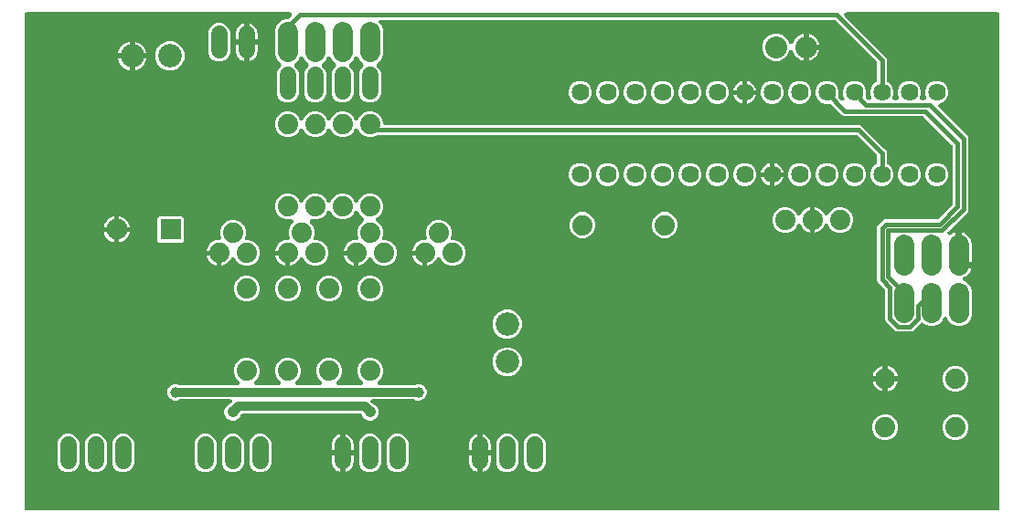
<source format=gbr>
G04 EAGLE Gerber RS-274X export*
G75*
%MOMM*%
%FSLAX34Y34*%
%LPD*%
%INBottom Copper*%
%IPPOS*%
%AMOC8*
5,1,8,0,0,1.08239X$1,22.5*%
G01*
%ADD10C,1.930400*%
%ADD11R,1.930400X1.930400*%
%ADD12C,2.184400*%
%ADD13C,1.524000*%
%ADD14C,1.879600*%
%ADD15C,1.879600*%
%ADD16C,1.625600*%
%ADD17C,2.032000*%
%ADD18C,1.056400*%
%ADD19C,0.812800*%
%ADD20C,1.006400*%
%ADD21C,0.406400*%
%ADD22C,0.254000*%

G36*
X911126Y10163D02*
X911126Y10163D01*
X911144Y10161D01*
X911326Y10182D01*
X911509Y10201D01*
X911526Y10206D01*
X911543Y10208D01*
X911718Y10265D01*
X911894Y10319D01*
X911909Y10327D01*
X911926Y10333D01*
X912086Y10423D01*
X912248Y10511D01*
X912261Y10522D01*
X912277Y10531D01*
X912416Y10651D01*
X912557Y10768D01*
X912568Y10782D01*
X912582Y10794D01*
X912694Y10939D01*
X912809Y11082D01*
X912817Y11098D01*
X912828Y11112D01*
X912910Y11277D01*
X912995Y11439D01*
X913000Y11456D01*
X913008Y11472D01*
X913055Y11651D01*
X913106Y11826D01*
X913108Y11844D01*
X913112Y11861D01*
X913139Y12192D01*
X913139Y470308D01*
X913137Y470326D01*
X913139Y470344D01*
X913118Y470526D01*
X913099Y470709D01*
X913094Y470726D01*
X913092Y470743D01*
X913035Y470918D01*
X912981Y471094D01*
X912973Y471109D01*
X912967Y471126D01*
X912877Y471286D01*
X912789Y471448D01*
X912778Y471461D01*
X912769Y471477D01*
X912649Y471616D01*
X912532Y471757D01*
X912518Y471768D01*
X912506Y471782D01*
X912361Y471894D01*
X912218Y472009D01*
X912202Y472017D01*
X912188Y472028D01*
X912023Y472110D01*
X911861Y472195D01*
X911844Y472200D01*
X911828Y472208D01*
X911649Y472255D01*
X911474Y472306D01*
X911456Y472308D01*
X911439Y472312D01*
X911108Y472339D01*
X771431Y472339D01*
X771423Y472338D01*
X771414Y472339D01*
X771220Y472318D01*
X771031Y472299D01*
X771022Y472297D01*
X771013Y472296D01*
X770829Y472237D01*
X770646Y472181D01*
X770638Y472177D01*
X770630Y472174D01*
X770461Y472081D01*
X770292Y471989D01*
X770285Y471984D01*
X770277Y471979D01*
X770130Y471855D01*
X769983Y471732D01*
X769977Y471725D01*
X769970Y471719D01*
X769850Y471567D01*
X769730Y471418D01*
X769726Y471410D01*
X769721Y471403D01*
X769633Y471230D01*
X769545Y471061D01*
X769542Y471052D01*
X769538Y471044D01*
X769486Y470858D01*
X769433Y470674D01*
X769433Y470665D01*
X769430Y470656D01*
X769416Y470463D01*
X769400Y470272D01*
X769401Y470264D01*
X769401Y470255D01*
X769425Y470062D01*
X769447Y469873D01*
X769450Y469864D01*
X769451Y469855D01*
X769512Y469673D01*
X769572Y469490D01*
X769577Y469482D01*
X769579Y469474D01*
X769676Y469307D01*
X769770Y469139D01*
X769776Y469132D01*
X769780Y469125D01*
X769995Y468872D01*
X808177Y430690D01*
X808873Y429010D01*
X808873Y409111D01*
X808875Y409089D01*
X808873Y409066D01*
X808895Y408889D01*
X808913Y408710D01*
X808919Y408689D01*
X808922Y408667D01*
X808978Y408497D01*
X809031Y408325D01*
X809041Y408306D01*
X809048Y408285D01*
X809137Y408129D01*
X809223Y407971D01*
X809237Y407954D01*
X809248Y407935D01*
X809365Y407800D01*
X809480Y407662D01*
X809498Y407648D01*
X809512Y407631D01*
X809654Y407522D01*
X809794Y407410D01*
X809814Y407399D01*
X809832Y407386D01*
X810127Y407234D01*
X810343Y407144D01*
X813345Y404143D01*
X814969Y400222D01*
X814969Y395978D01*
X814066Y393797D01*
X814062Y393784D01*
X814055Y393773D01*
X814004Y393593D01*
X813949Y393412D01*
X813948Y393399D01*
X813944Y393386D01*
X813929Y393198D01*
X813911Y393011D01*
X813912Y392998D01*
X813911Y392984D01*
X813933Y392798D01*
X813953Y392611D01*
X813957Y392598D01*
X813958Y392585D01*
X814016Y392406D01*
X814072Y392226D01*
X814079Y392215D01*
X814083Y392202D01*
X814175Y392038D01*
X814266Y391873D01*
X814274Y391863D01*
X814281Y391851D01*
X814403Y391709D01*
X814525Y391565D01*
X814535Y391557D01*
X814544Y391546D01*
X814692Y391432D01*
X814840Y391314D01*
X814852Y391308D01*
X814862Y391300D01*
X815030Y391216D01*
X815198Y391130D01*
X815211Y391126D01*
X815223Y391120D01*
X815405Y391071D01*
X815585Y391020D01*
X815598Y391019D01*
X815611Y391016D01*
X815942Y390989D01*
X818058Y390989D01*
X818071Y390990D01*
X818085Y390989D01*
X818271Y391010D01*
X818458Y391029D01*
X818471Y391033D01*
X818485Y391034D01*
X818664Y391092D01*
X818843Y391147D01*
X818855Y391153D01*
X818868Y391157D01*
X819033Y391249D01*
X819197Y391339D01*
X819208Y391347D01*
X819219Y391354D01*
X819363Y391476D01*
X819507Y391596D01*
X819515Y391607D01*
X819525Y391615D01*
X819642Y391764D01*
X819759Y391910D01*
X819765Y391922D01*
X819773Y391932D01*
X819858Y392101D01*
X819945Y392267D01*
X819948Y392280D01*
X819954Y392292D01*
X820004Y392475D01*
X820056Y392654D01*
X820057Y392668D01*
X820061Y392681D01*
X820073Y392869D01*
X820089Y393056D01*
X820087Y393069D01*
X820088Y393082D01*
X820064Y393270D01*
X820042Y393455D01*
X820038Y393468D01*
X820036Y393481D01*
X819934Y393797D01*
X819031Y395978D01*
X819031Y400222D01*
X820655Y404143D01*
X823657Y407145D01*
X827578Y408769D01*
X831822Y408769D01*
X835743Y407145D01*
X838745Y404143D01*
X840369Y400222D01*
X840369Y395978D01*
X839466Y393797D01*
X839462Y393784D01*
X839455Y393773D01*
X839404Y393593D01*
X839349Y393412D01*
X839348Y393399D01*
X839344Y393386D01*
X839329Y393198D01*
X839311Y393011D01*
X839312Y392998D01*
X839311Y392984D01*
X839333Y392798D01*
X839353Y392611D01*
X839357Y392598D01*
X839358Y392585D01*
X839416Y392406D01*
X839472Y392226D01*
X839479Y392215D01*
X839483Y392202D01*
X839575Y392038D01*
X839666Y391873D01*
X839674Y391863D01*
X839681Y391851D01*
X839803Y391709D01*
X839925Y391565D01*
X839935Y391557D01*
X839944Y391546D01*
X840092Y391432D01*
X840240Y391314D01*
X840252Y391308D01*
X840262Y391300D01*
X840430Y391216D01*
X840598Y391130D01*
X840611Y391126D01*
X840623Y391120D01*
X840805Y391071D01*
X840985Y391020D01*
X840998Y391019D01*
X841011Y391016D01*
X841342Y390989D01*
X843458Y390989D01*
X843471Y390990D01*
X843485Y390989D01*
X843671Y391010D01*
X843858Y391029D01*
X843871Y391033D01*
X843885Y391034D01*
X844064Y391092D01*
X844243Y391147D01*
X844255Y391153D01*
X844268Y391157D01*
X844433Y391249D01*
X844597Y391339D01*
X844608Y391347D01*
X844619Y391354D01*
X844763Y391476D01*
X844907Y391596D01*
X844915Y391607D01*
X844925Y391615D01*
X845042Y391764D01*
X845159Y391910D01*
X845165Y391922D01*
X845173Y391932D01*
X845258Y392101D01*
X845345Y392267D01*
X845348Y392280D01*
X845354Y392292D01*
X845404Y392475D01*
X845456Y392654D01*
X845457Y392668D01*
X845461Y392681D01*
X845473Y392869D01*
X845489Y393056D01*
X845487Y393069D01*
X845488Y393082D01*
X845464Y393270D01*
X845442Y393455D01*
X845438Y393468D01*
X845436Y393481D01*
X845334Y393797D01*
X844431Y395978D01*
X844431Y400222D01*
X846055Y404143D01*
X849057Y407145D01*
X852978Y408769D01*
X857222Y408769D01*
X861143Y407145D01*
X864145Y404143D01*
X865769Y400222D01*
X865769Y395978D01*
X864145Y392057D01*
X861143Y389055D01*
X857777Y387661D01*
X857766Y387655D01*
X857753Y387651D01*
X857588Y387560D01*
X857423Y387471D01*
X857412Y387463D01*
X857401Y387456D01*
X857257Y387334D01*
X857112Y387215D01*
X857104Y387204D01*
X857094Y387196D01*
X856977Y387048D01*
X856858Y386902D01*
X856852Y386890D01*
X856844Y386880D01*
X856759Y386712D01*
X856671Y386546D01*
X856668Y386533D01*
X856662Y386521D01*
X856611Y386340D01*
X856558Y386159D01*
X856557Y386146D01*
X856554Y386133D01*
X856540Y385944D01*
X856524Y385758D01*
X856525Y385745D01*
X856524Y385731D01*
X856548Y385543D01*
X856569Y385358D01*
X856573Y385345D01*
X856575Y385332D01*
X856634Y385154D01*
X856692Y384975D01*
X856699Y384963D01*
X856703Y384950D01*
X856797Y384787D01*
X856888Y384623D01*
X856897Y384613D01*
X856904Y384601D01*
X857118Y384348D01*
X882305Y359162D01*
X883877Y357590D01*
X884573Y355910D01*
X884573Y289090D01*
X883877Y287410D01*
X865565Y269098D01*
X865538Y269065D01*
X865506Y269037D01*
X865410Y268910D01*
X865310Y268786D01*
X865290Y268749D01*
X865264Y268715D01*
X865195Y268571D01*
X865121Y268431D01*
X865109Y268390D01*
X865091Y268352D01*
X865052Y268197D01*
X865006Y268045D01*
X865002Y268003D01*
X864992Y267962D01*
X864984Y267803D01*
X864970Y267644D01*
X864974Y267602D01*
X864972Y267560D01*
X864996Y267402D01*
X865013Y267244D01*
X865026Y267203D01*
X865032Y267161D01*
X865087Y267012D01*
X865135Y266860D01*
X865155Y266823D01*
X865170Y266783D01*
X865253Y266647D01*
X865330Y266507D01*
X865357Y266475D01*
X865379Y266439D01*
X865487Y266322D01*
X865590Y266200D01*
X865623Y266174D01*
X865652Y266143D01*
X865781Y266050D01*
X865906Y265951D01*
X865944Y265932D01*
X865978Y265907D01*
X866123Y265841D01*
X866265Y265768D01*
X866306Y265757D01*
X866344Y265740D01*
X866499Y265703D01*
X866653Y265660D01*
X866695Y265657D01*
X866736Y265648D01*
X866895Y265643D01*
X867054Y265631D01*
X867096Y265636D01*
X867139Y265635D01*
X867296Y265661D01*
X867454Y265681D01*
X867494Y265695D01*
X867536Y265702D01*
X867685Y265759D01*
X867835Y265810D01*
X867872Y265831D01*
X867912Y265846D01*
X868147Y265989D01*
X868184Y266011D01*
X868189Y266015D01*
X868195Y266018D01*
X869143Y266707D01*
X870817Y267560D01*
X872604Y268141D01*
X872607Y268141D01*
X872607Y238462D01*
X872608Y238444D01*
X872607Y238427D01*
X872628Y238244D01*
X872647Y238062D01*
X872652Y238045D01*
X872654Y238027D01*
X872711Y237852D01*
X872765Y237677D01*
X872773Y237661D01*
X872779Y237644D01*
X872869Y237484D01*
X872956Y237323D01*
X872968Y237309D01*
X872977Y237293D01*
X873097Y237154D01*
X873214Y237013D01*
X873228Y237002D01*
X873240Y236989D01*
X873385Y236876D01*
X873528Y236761D01*
X873544Y236753D01*
X873558Y236742D01*
X873723Y236660D01*
X873885Y236576D01*
X873902Y236571D01*
X873918Y236563D01*
X874097Y236515D01*
X874182Y236490D01*
X874235Y236328D01*
X874289Y236152D01*
X874297Y236137D01*
X874303Y236120D01*
X874393Y235960D01*
X874481Y235798D01*
X874492Y235785D01*
X874501Y235769D01*
X874621Y235630D01*
X874739Y235489D01*
X874752Y235478D01*
X874764Y235464D01*
X874909Y235352D01*
X875052Y235237D01*
X875068Y235229D01*
X875082Y235218D01*
X875247Y235136D01*
X875410Y235051D01*
X875427Y235046D01*
X875443Y235038D01*
X875621Y234990D01*
X875796Y234940D01*
X875814Y234938D01*
X875831Y234934D01*
X876162Y234907D01*
X887045Y234907D01*
X887045Y234904D01*
X886464Y233117D01*
X885611Y231443D01*
X884506Y229922D01*
X883178Y228594D01*
X881657Y227489D01*
X880324Y226810D01*
X880213Y226739D01*
X880099Y226676D01*
X880044Y226630D01*
X879985Y226592D01*
X879891Y226501D01*
X879791Y226417D01*
X879746Y226361D01*
X879695Y226312D01*
X879621Y226204D01*
X879540Y226102D01*
X879507Y226039D01*
X879467Y225981D01*
X879415Y225860D01*
X879356Y225744D01*
X879336Y225676D01*
X879308Y225610D01*
X879282Y225482D01*
X879246Y225357D01*
X879241Y225286D01*
X879226Y225216D01*
X879225Y225085D01*
X879215Y224955D01*
X879223Y224885D01*
X879223Y224814D01*
X879248Y224685D01*
X879264Y224556D01*
X879286Y224488D01*
X879299Y224418D01*
X879349Y224297D01*
X879390Y224173D01*
X879425Y224112D01*
X879452Y224046D01*
X879525Y223937D01*
X879589Y223824D01*
X879636Y223770D01*
X879676Y223711D01*
X879768Y223619D01*
X879854Y223520D01*
X879910Y223477D01*
X879961Y223427D01*
X880070Y223354D01*
X880173Y223275D01*
X880246Y223237D01*
X880296Y223204D01*
X880367Y223175D01*
X880468Y223123D01*
X882163Y222421D01*
X885521Y219063D01*
X887339Y214675D01*
X887339Y191129D01*
X885521Y186741D01*
X882163Y183383D01*
X877775Y181565D01*
X873025Y181565D01*
X868637Y183383D01*
X865279Y186741D01*
X864577Y188437D01*
X864572Y188444D01*
X864570Y188453D01*
X864477Y188623D01*
X864386Y188791D01*
X864381Y188798D01*
X864376Y188806D01*
X864252Y188955D01*
X864130Y189102D01*
X864123Y189107D01*
X864117Y189114D01*
X863966Y189235D01*
X863817Y189356D01*
X863810Y189360D01*
X863802Y189365D01*
X863630Y189454D01*
X863461Y189543D01*
X863452Y189545D01*
X863444Y189549D01*
X863260Y189601D01*
X863074Y189656D01*
X863065Y189656D01*
X863057Y189659D01*
X862866Y189674D01*
X862673Y189690D01*
X862664Y189689D01*
X862656Y189690D01*
X862464Y189667D01*
X862273Y189645D01*
X862265Y189642D01*
X862256Y189641D01*
X862074Y189581D01*
X861890Y189522D01*
X861882Y189518D01*
X861874Y189515D01*
X861708Y189420D01*
X861538Y189326D01*
X861532Y189320D01*
X861524Y189315D01*
X861380Y189190D01*
X861233Y189064D01*
X861227Y189057D01*
X861220Y189051D01*
X861103Y188899D01*
X860984Y188747D01*
X860980Y188739D01*
X860975Y188732D01*
X860823Y188437D01*
X860121Y186741D01*
X856763Y183383D01*
X852375Y181565D01*
X847625Y181565D01*
X843237Y183383D01*
X842688Y183932D01*
X842674Y183944D01*
X842662Y183957D01*
X842519Y184071D01*
X842376Y184188D01*
X842360Y184196D01*
X842346Y184207D01*
X842183Y184290D01*
X842020Y184376D01*
X842003Y184381D01*
X841987Y184389D01*
X841811Y184439D01*
X841635Y184491D01*
X841617Y184493D01*
X841600Y184497D01*
X841417Y184511D01*
X841234Y184527D01*
X841216Y184525D01*
X841198Y184527D01*
X841016Y184504D01*
X840833Y184484D01*
X840816Y184479D01*
X840799Y184476D01*
X840624Y184418D01*
X840449Y184362D01*
X840434Y184354D01*
X840417Y184348D01*
X840257Y184256D01*
X840097Y184168D01*
X840084Y184156D01*
X840068Y184147D01*
X839815Y183932D01*
X834128Y178245D01*
X832556Y176673D01*
X830875Y175977D01*
X818325Y175977D01*
X816644Y176673D01*
X807769Y185548D01*
X807073Y187229D01*
X807073Y214616D01*
X807071Y214642D01*
X807073Y214669D01*
X807051Y214843D01*
X807033Y215016D01*
X807026Y215042D01*
X807022Y215069D01*
X806967Y215234D01*
X806915Y215401D01*
X806902Y215425D01*
X806894Y215450D01*
X806807Y215602D01*
X806723Y215755D01*
X806706Y215776D01*
X806693Y215799D01*
X806478Y216052D01*
X800535Y221995D01*
X799839Y223676D01*
X799839Y273224D01*
X800535Y274905D01*
X805095Y279465D01*
X806776Y280161D01*
X854950Y280161D01*
X854976Y280163D01*
X855003Y280161D01*
X855177Y280183D01*
X855350Y280201D01*
X855376Y280208D01*
X855403Y280212D01*
X855568Y280267D01*
X855735Y280319D01*
X855759Y280332D01*
X855784Y280340D01*
X855936Y280427D01*
X856089Y280511D01*
X856110Y280528D01*
X856133Y280541D01*
X856386Y280756D01*
X869244Y293614D01*
X869261Y293635D01*
X869282Y293652D01*
X869389Y293790D01*
X869499Y293925D01*
X869512Y293949D01*
X869528Y293970D01*
X869606Y294127D01*
X869688Y294281D01*
X869696Y294307D01*
X869708Y294331D01*
X869753Y294500D01*
X869803Y294667D01*
X869805Y294694D01*
X869812Y294719D01*
X869839Y295050D01*
X869839Y347853D01*
X869837Y347879D01*
X869839Y347906D01*
X869817Y348080D01*
X869799Y348253D01*
X869792Y348279D01*
X869788Y348305D01*
X869733Y348471D01*
X869681Y348638D01*
X869668Y348662D01*
X869660Y348687D01*
X869573Y348839D01*
X869489Y348992D01*
X869472Y349013D01*
X869459Y349036D01*
X869244Y349289D01*
X842873Y375660D01*
X842852Y375677D01*
X842835Y375698D01*
X842697Y375805D01*
X842561Y375915D01*
X842538Y375928D01*
X842517Y375944D01*
X842360Y376022D01*
X842206Y376104D01*
X842180Y376112D01*
X842156Y376124D01*
X841987Y376169D01*
X841820Y376219D01*
X841793Y376221D01*
X841767Y376228D01*
X841437Y376255D01*
X768739Y376255D01*
X767058Y376951D01*
X757173Y386836D01*
X757152Y386853D01*
X757135Y386874D01*
X756997Y386981D01*
X756862Y387091D01*
X756838Y387104D01*
X756817Y387120D01*
X756660Y387198D01*
X756506Y387280D01*
X756480Y387288D01*
X756456Y387300D01*
X756287Y387345D01*
X756120Y387395D01*
X756093Y387397D01*
X756068Y387404D01*
X755737Y387431D01*
X751378Y387431D01*
X747457Y389055D01*
X744455Y392057D01*
X742831Y395978D01*
X742831Y400222D01*
X744455Y404143D01*
X747457Y407145D01*
X751378Y408769D01*
X755622Y408769D01*
X759543Y407145D01*
X762545Y404143D01*
X764169Y400222D01*
X764169Y395978D01*
X763750Y394967D01*
X763743Y394945D01*
X763733Y394925D01*
X763685Y394753D01*
X763633Y394581D01*
X763631Y394559D01*
X763625Y394537D01*
X763612Y394358D01*
X763595Y394180D01*
X763598Y394158D01*
X763596Y394136D01*
X763618Y393958D01*
X763637Y393780D01*
X763644Y393759D01*
X763646Y393737D01*
X763703Y393567D01*
X763757Y393396D01*
X763767Y393376D01*
X763775Y393355D01*
X763864Y393200D01*
X763950Y393042D01*
X763964Y393025D01*
X763975Y393006D01*
X764190Y392753D01*
X766148Y390795D01*
X766152Y390792D01*
X766155Y390789D01*
X766308Y390664D01*
X766460Y390540D01*
X766464Y390538D01*
X766467Y390535D01*
X766645Y390442D01*
X766816Y390351D01*
X766820Y390350D01*
X766824Y390348D01*
X767014Y390292D01*
X767201Y390236D01*
X767206Y390236D01*
X767210Y390235D01*
X767403Y390218D01*
X767602Y390200D01*
X767607Y390200D01*
X767611Y390200D01*
X767801Y390221D01*
X768003Y390243D01*
X768007Y390245D01*
X768011Y390245D01*
X768194Y390304D01*
X768387Y390365D01*
X768391Y390367D01*
X768395Y390368D01*
X768567Y390465D01*
X768739Y390560D01*
X768742Y390562D01*
X768746Y390565D01*
X768898Y390695D01*
X769046Y390820D01*
X769049Y390824D01*
X769052Y390827D01*
X769173Y390981D01*
X769295Y391136D01*
X769297Y391140D01*
X769300Y391144D01*
X769389Y391320D01*
X769478Y391495D01*
X769479Y391499D01*
X769481Y391503D01*
X769533Y391693D01*
X769586Y391883D01*
X769586Y391887D01*
X769587Y391892D01*
X769601Y392087D01*
X769615Y392284D01*
X769615Y392289D01*
X769615Y392293D01*
X769589Y392490D01*
X769565Y392684D01*
X769563Y392688D01*
X769563Y392693D01*
X769461Y393008D01*
X768231Y395978D01*
X768231Y400222D01*
X769855Y404143D01*
X772857Y407145D01*
X776778Y408769D01*
X781022Y408769D01*
X784943Y407145D01*
X787945Y404143D01*
X789569Y400222D01*
X789569Y395978D01*
X789150Y394967D01*
X789143Y394945D01*
X789133Y394925D01*
X789085Y394753D01*
X789033Y394581D01*
X789031Y394559D01*
X789025Y394537D01*
X789012Y394358D01*
X788995Y394180D01*
X788998Y394158D01*
X788996Y394136D01*
X789018Y393958D01*
X789037Y393780D01*
X789043Y393759D01*
X789046Y393737D01*
X789103Y393567D01*
X789157Y393396D01*
X789167Y393376D01*
X789175Y393355D01*
X789264Y393199D01*
X789350Y393042D01*
X789364Y393025D01*
X789375Y393006D01*
X789590Y392753D01*
X790759Y391584D01*
X790780Y391567D01*
X790798Y391546D01*
X790936Y391439D01*
X791071Y391329D01*
X791095Y391316D01*
X791116Y391300D01*
X791273Y391222D01*
X791427Y391140D01*
X791452Y391132D01*
X791476Y391120D01*
X791646Y391075D01*
X791813Y391025D01*
X791839Y391023D01*
X791865Y391016D01*
X792196Y390989D01*
X792658Y390989D01*
X792671Y390990D01*
X792685Y390989D01*
X792871Y391010D01*
X793058Y391029D01*
X793071Y391033D01*
X793085Y391034D01*
X793264Y391092D01*
X793443Y391147D01*
X793455Y391153D01*
X793468Y391157D01*
X793633Y391249D01*
X793797Y391339D01*
X793808Y391347D01*
X793819Y391354D01*
X793963Y391476D01*
X794107Y391596D01*
X794115Y391607D01*
X794125Y391615D01*
X794242Y391764D01*
X794359Y391910D01*
X794365Y391922D01*
X794373Y391932D01*
X794458Y392101D01*
X794545Y392267D01*
X794548Y392280D01*
X794554Y392292D01*
X794604Y392475D01*
X794656Y392654D01*
X794657Y392668D01*
X794661Y392681D01*
X794673Y392869D01*
X794689Y393056D01*
X794687Y393069D01*
X794688Y393082D01*
X794664Y393270D01*
X794642Y393455D01*
X794638Y393468D01*
X794636Y393481D01*
X794534Y393797D01*
X793631Y395978D01*
X793631Y400222D01*
X795255Y404143D01*
X798257Y407144D01*
X798473Y407234D01*
X798493Y407245D01*
X798514Y407252D01*
X798670Y407340D01*
X798828Y407424D01*
X798845Y407439D01*
X798865Y407450D01*
X799001Y407567D01*
X799139Y407681D01*
X799153Y407698D01*
X799170Y407713D01*
X799279Y407854D01*
X799392Y407993D01*
X799403Y408013D01*
X799416Y408031D01*
X799496Y408191D01*
X799579Y408350D01*
X799586Y408371D01*
X799596Y408391D01*
X799642Y408565D01*
X799692Y408736D01*
X799694Y408759D01*
X799700Y408780D01*
X799727Y409111D01*
X799727Y425365D01*
X799725Y425391D01*
X799727Y425418D01*
X799705Y425592D01*
X799687Y425765D01*
X799680Y425791D01*
X799676Y425817D01*
X799621Y425983D01*
X799569Y426150D01*
X799556Y426174D01*
X799548Y426199D01*
X799461Y426351D01*
X799377Y426504D01*
X799360Y426525D01*
X799347Y426548D01*
X799132Y426801D01*
X761101Y464832D01*
X761080Y464849D01*
X761063Y464870D01*
X760925Y464977D01*
X760789Y465087D01*
X760766Y465100D01*
X760745Y465116D01*
X760588Y465194D01*
X760434Y465276D01*
X760408Y465284D01*
X760384Y465296D01*
X760215Y465341D01*
X760048Y465391D01*
X760021Y465393D01*
X759995Y465400D01*
X759665Y465427D01*
X340458Y465427D01*
X340450Y465426D01*
X340441Y465427D01*
X340249Y465406D01*
X340058Y465387D01*
X340049Y465385D01*
X340040Y465384D01*
X339858Y465326D01*
X339673Y465269D01*
X339665Y465265D01*
X339657Y465262D01*
X339488Y465169D01*
X339319Y465077D01*
X339312Y465072D01*
X339304Y465067D01*
X339156Y464942D01*
X339010Y464820D01*
X339004Y464813D01*
X338997Y464807D01*
X338877Y464655D01*
X338757Y464506D01*
X338753Y464498D01*
X338748Y464491D01*
X338660Y464319D01*
X338572Y464149D01*
X338569Y464140D01*
X338565Y464132D01*
X338514Y463946D01*
X338460Y463762D01*
X338460Y463753D01*
X338457Y463744D01*
X338443Y463551D01*
X338428Y463360D01*
X338429Y463352D01*
X338428Y463343D01*
X338452Y463149D01*
X338474Y462961D01*
X338477Y462952D01*
X338478Y462943D01*
X338540Y462760D01*
X338599Y462578D01*
X338604Y462570D01*
X338607Y462562D01*
X338702Y462396D01*
X338797Y462227D01*
X338803Y462220D01*
X338808Y462213D01*
X339022Y461960D01*
X340321Y460661D01*
X342139Y456273D01*
X342139Y432727D01*
X340321Y428339D01*
X336722Y424740D01*
X336711Y424726D01*
X336697Y424715D01*
X336583Y424570D01*
X336467Y424429D01*
X336459Y424413D01*
X336447Y424399D01*
X336364Y424235D01*
X336278Y424073D01*
X336273Y424056D01*
X336265Y424040D01*
X336216Y423863D01*
X336163Y423687D01*
X336162Y423669D01*
X336157Y423652D01*
X336144Y423469D01*
X336127Y423286D01*
X336129Y423268D01*
X336128Y423250D01*
X336151Y423068D01*
X336170Y422886D01*
X336176Y422869D01*
X336178Y422851D01*
X336236Y422677D01*
X336292Y422502D01*
X336301Y422486D01*
X336306Y422469D01*
X336398Y422310D01*
X336487Y422150D01*
X336498Y422136D01*
X336507Y422120D01*
X336722Y421867D01*
X338814Y419776D01*
X340361Y416041D01*
X340361Y396759D01*
X338814Y393024D01*
X335956Y390166D01*
X332221Y388619D01*
X328179Y388619D01*
X324444Y390166D01*
X321586Y393024D01*
X320039Y396759D01*
X320039Y416041D01*
X321586Y419776D01*
X323678Y421867D01*
X323689Y421881D01*
X323703Y421893D01*
X323816Y422037D01*
X323933Y422179D01*
X323941Y422195D01*
X323953Y422209D01*
X324036Y422373D01*
X324122Y422535D01*
X324127Y422552D01*
X324135Y422568D01*
X324184Y422745D01*
X324237Y422921D01*
X324238Y422938D01*
X324243Y422956D01*
X324256Y423139D01*
X324273Y423322D01*
X324271Y423339D01*
X324272Y423357D01*
X324249Y423539D01*
X324230Y423722D01*
X324224Y423739D01*
X324222Y423757D01*
X324164Y423930D01*
X324108Y424106D01*
X324099Y424121D01*
X324094Y424138D01*
X324002Y424298D01*
X323913Y424458D01*
X323902Y424471D01*
X323893Y424487D01*
X323678Y424740D01*
X320079Y428339D01*
X319377Y430035D01*
X319372Y430042D01*
X319370Y430051D01*
X319278Y430219D01*
X319186Y430389D01*
X319181Y430396D01*
X319176Y430404D01*
X319053Y430551D01*
X318930Y430700D01*
X318923Y430705D01*
X318917Y430712D01*
X318767Y430832D01*
X318617Y430954D01*
X318609Y430958D01*
X318603Y430963D01*
X318432Y431051D01*
X318261Y431141D01*
X318252Y431143D01*
X318244Y431147D01*
X318061Y431199D01*
X317875Y431254D01*
X317865Y431254D01*
X317857Y431257D01*
X317666Y431272D01*
X317473Y431288D01*
X317464Y431287D01*
X317456Y431288D01*
X317265Y431265D01*
X317073Y431243D01*
X317065Y431240D01*
X317056Y431239D01*
X316873Y431179D01*
X316690Y431120D01*
X316682Y431116D01*
X316674Y431113D01*
X316506Y431017D01*
X316339Y430924D01*
X316332Y430918D01*
X316324Y430913D01*
X316179Y430787D01*
X316033Y430662D01*
X316027Y430655D01*
X316020Y430649D01*
X315903Y430496D01*
X315784Y430345D01*
X315780Y430337D01*
X315775Y430330D01*
X315623Y430035D01*
X314921Y428339D01*
X311322Y424740D01*
X311311Y424726D01*
X311297Y424715D01*
X311183Y424570D01*
X311067Y424429D01*
X311059Y424413D01*
X311047Y424399D01*
X310964Y424235D01*
X310878Y424073D01*
X310873Y424056D01*
X310865Y424040D01*
X310816Y423863D01*
X310763Y423687D01*
X310762Y423669D01*
X310757Y423652D01*
X310744Y423469D01*
X310727Y423286D01*
X310729Y423268D01*
X310728Y423250D01*
X310751Y423068D01*
X310770Y422886D01*
X310776Y422869D01*
X310778Y422851D01*
X310836Y422677D01*
X310892Y422502D01*
X310901Y422486D01*
X310906Y422469D01*
X310998Y422310D01*
X311087Y422150D01*
X311098Y422136D01*
X311107Y422120D01*
X311322Y421867D01*
X313414Y419776D01*
X314961Y416041D01*
X314961Y396759D01*
X313414Y393024D01*
X310556Y390166D01*
X306821Y388619D01*
X302779Y388619D01*
X299044Y390166D01*
X296186Y393024D01*
X294639Y396759D01*
X294639Y416041D01*
X296186Y419776D01*
X298278Y421867D01*
X298289Y421881D01*
X298303Y421893D01*
X298416Y422037D01*
X298533Y422179D01*
X298541Y422195D01*
X298553Y422209D01*
X298636Y422373D01*
X298722Y422535D01*
X298727Y422552D01*
X298735Y422568D01*
X298784Y422745D01*
X298837Y422921D01*
X298838Y422938D01*
X298843Y422956D01*
X298856Y423139D01*
X298873Y423322D01*
X298871Y423339D01*
X298872Y423357D01*
X298849Y423539D01*
X298830Y423722D01*
X298824Y423739D01*
X298822Y423757D01*
X298764Y423930D01*
X298708Y424106D01*
X298699Y424121D01*
X298694Y424138D01*
X298602Y424298D01*
X298513Y424458D01*
X298502Y424471D01*
X298493Y424487D01*
X298278Y424740D01*
X294679Y428339D01*
X293977Y430035D01*
X293972Y430042D01*
X293970Y430051D01*
X293878Y430219D01*
X293786Y430389D01*
X293781Y430396D01*
X293776Y430404D01*
X293653Y430551D01*
X293530Y430700D01*
X293523Y430705D01*
X293517Y430712D01*
X293367Y430832D01*
X293217Y430954D01*
X293209Y430958D01*
X293203Y430963D01*
X293032Y431051D01*
X292861Y431141D01*
X292852Y431143D01*
X292844Y431147D01*
X292661Y431199D01*
X292475Y431254D01*
X292465Y431254D01*
X292457Y431257D01*
X292266Y431272D01*
X292073Y431288D01*
X292064Y431287D01*
X292056Y431288D01*
X291865Y431265D01*
X291673Y431243D01*
X291665Y431240D01*
X291656Y431239D01*
X291473Y431179D01*
X291290Y431120D01*
X291282Y431116D01*
X291274Y431113D01*
X291106Y431017D01*
X290939Y430924D01*
X290932Y430918D01*
X290924Y430913D01*
X290779Y430787D01*
X290633Y430662D01*
X290627Y430655D01*
X290620Y430649D01*
X290503Y430496D01*
X290384Y430345D01*
X290380Y430337D01*
X290375Y430330D01*
X290223Y430035D01*
X289521Y428339D01*
X285922Y424740D01*
X285911Y424726D01*
X285897Y424715D01*
X285783Y424570D01*
X285667Y424429D01*
X285659Y424413D01*
X285647Y424399D01*
X285564Y424235D01*
X285478Y424073D01*
X285473Y424056D01*
X285465Y424040D01*
X285416Y423863D01*
X285363Y423687D01*
X285362Y423669D01*
X285357Y423652D01*
X285344Y423469D01*
X285327Y423286D01*
X285329Y423268D01*
X285328Y423250D01*
X285351Y423068D01*
X285370Y422886D01*
X285376Y422869D01*
X285378Y422851D01*
X285436Y422677D01*
X285492Y422502D01*
X285501Y422486D01*
X285506Y422469D01*
X285598Y422310D01*
X285687Y422150D01*
X285698Y422136D01*
X285707Y422120D01*
X285922Y421867D01*
X288014Y419776D01*
X289561Y416041D01*
X289561Y396759D01*
X288014Y393024D01*
X285156Y390166D01*
X281421Y388619D01*
X277379Y388619D01*
X273644Y390166D01*
X270786Y393024D01*
X269239Y396759D01*
X269239Y416041D01*
X270786Y419776D01*
X272878Y421867D01*
X272889Y421881D01*
X272903Y421893D01*
X273016Y422037D01*
X273133Y422179D01*
X273141Y422195D01*
X273153Y422209D01*
X273236Y422373D01*
X273322Y422535D01*
X273327Y422552D01*
X273335Y422568D01*
X273384Y422745D01*
X273437Y422921D01*
X273438Y422938D01*
X273443Y422956D01*
X273456Y423139D01*
X273473Y423322D01*
X273471Y423339D01*
X273472Y423357D01*
X273449Y423539D01*
X273430Y423722D01*
X273424Y423739D01*
X273422Y423757D01*
X273364Y423930D01*
X273308Y424106D01*
X273299Y424121D01*
X273294Y424138D01*
X273202Y424298D01*
X273113Y424458D01*
X273102Y424471D01*
X273093Y424487D01*
X272878Y424740D01*
X269279Y428339D01*
X268577Y430035D01*
X268572Y430042D01*
X268570Y430051D01*
X268478Y430219D01*
X268386Y430389D01*
X268381Y430396D01*
X268376Y430404D01*
X268253Y430551D01*
X268130Y430700D01*
X268123Y430705D01*
X268117Y430712D01*
X267967Y430832D01*
X267817Y430954D01*
X267809Y430958D01*
X267803Y430963D01*
X267632Y431051D01*
X267461Y431141D01*
X267452Y431143D01*
X267444Y431147D01*
X267261Y431199D01*
X267075Y431254D01*
X267065Y431254D01*
X267057Y431257D01*
X266866Y431272D01*
X266673Y431288D01*
X266664Y431287D01*
X266656Y431288D01*
X266465Y431265D01*
X266273Y431243D01*
X266265Y431240D01*
X266256Y431239D01*
X266073Y431179D01*
X265890Y431120D01*
X265882Y431116D01*
X265874Y431113D01*
X265706Y431017D01*
X265539Y430924D01*
X265532Y430918D01*
X265524Y430913D01*
X265379Y430787D01*
X265233Y430662D01*
X265227Y430655D01*
X265220Y430649D01*
X265103Y430496D01*
X264984Y430345D01*
X264980Y430337D01*
X264975Y430330D01*
X264823Y430035D01*
X264121Y428339D01*
X260522Y424740D01*
X260511Y424726D01*
X260497Y424715D01*
X260383Y424570D01*
X260267Y424429D01*
X260259Y424413D01*
X260247Y424399D01*
X260164Y424235D01*
X260078Y424073D01*
X260073Y424056D01*
X260065Y424040D01*
X260016Y423863D01*
X259963Y423687D01*
X259962Y423669D01*
X259957Y423652D01*
X259944Y423469D01*
X259927Y423286D01*
X259929Y423268D01*
X259928Y423250D01*
X259951Y423068D01*
X259970Y422886D01*
X259976Y422869D01*
X259978Y422851D01*
X260036Y422677D01*
X260092Y422502D01*
X260101Y422486D01*
X260106Y422469D01*
X260198Y422310D01*
X260287Y422150D01*
X260298Y422136D01*
X260307Y422120D01*
X260522Y421867D01*
X262614Y419776D01*
X264161Y416041D01*
X264161Y396759D01*
X262614Y393024D01*
X259756Y390166D01*
X256021Y388619D01*
X251979Y388619D01*
X248244Y390166D01*
X245386Y393024D01*
X243839Y396759D01*
X243839Y416041D01*
X245386Y419776D01*
X247478Y421867D01*
X247489Y421881D01*
X247503Y421893D01*
X247616Y422037D01*
X247733Y422179D01*
X247741Y422195D01*
X247753Y422209D01*
X247836Y422373D01*
X247922Y422535D01*
X247927Y422552D01*
X247935Y422568D01*
X247984Y422745D01*
X248037Y422921D01*
X248038Y422938D01*
X248043Y422956D01*
X248056Y423139D01*
X248073Y423322D01*
X248071Y423339D01*
X248072Y423357D01*
X248049Y423539D01*
X248030Y423722D01*
X248024Y423739D01*
X248022Y423757D01*
X247964Y423930D01*
X247908Y424106D01*
X247899Y424121D01*
X247894Y424138D01*
X247802Y424298D01*
X247713Y424458D01*
X247702Y424471D01*
X247693Y424487D01*
X247478Y424740D01*
X243879Y428339D01*
X242061Y432727D01*
X242061Y456273D01*
X243879Y460661D01*
X247237Y464019D01*
X251625Y465837D01*
X253529Y465837D01*
X253555Y465839D01*
X253582Y465837D01*
X253756Y465859D01*
X253929Y465877D01*
X253955Y465884D01*
X253981Y465888D01*
X254147Y465944D01*
X254314Y465995D01*
X254338Y466007D01*
X254363Y466016D01*
X254515Y466103D01*
X254668Y466187D01*
X254689Y466204D01*
X254712Y466217D01*
X254965Y466432D01*
X257405Y468872D01*
X257411Y468879D01*
X257417Y468884D01*
X257538Y469034D01*
X257660Y469183D01*
X257664Y469191D01*
X257670Y469198D01*
X257758Y469368D01*
X257849Y469539D01*
X257851Y469548D01*
X257855Y469555D01*
X257908Y469740D01*
X257963Y469925D01*
X257964Y469934D01*
X257967Y469942D01*
X257982Y470133D01*
X258000Y470326D01*
X257999Y470335D01*
X258000Y470344D01*
X257977Y470533D01*
X257956Y470726D01*
X257954Y470735D01*
X257953Y470743D01*
X257893Y470925D01*
X257835Y471110D01*
X257831Y471118D01*
X257828Y471126D01*
X257733Y471295D01*
X257640Y471462D01*
X257634Y471469D01*
X257630Y471477D01*
X257504Y471623D01*
X257380Y471769D01*
X257373Y471775D01*
X257367Y471782D01*
X257215Y471899D01*
X257064Y472019D01*
X257056Y472023D01*
X257049Y472028D01*
X256877Y472114D01*
X256705Y472201D01*
X256696Y472204D01*
X256688Y472208D01*
X256502Y472258D01*
X256317Y472309D01*
X256308Y472310D01*
X256299Y472312D01*
X255969Y472339D01*
X12192Y472339D01*
X12174Y472337D01*
X12156Y472339D01*
X11974Y472318D01*
X11791Y472299D01*
X11774Y472294D01*
X11757Y472292D01*
X11582Y472235D01*
X11406Y472181D01*
X11391Y472173D01*
X11374Y472167D01*
X11214Y472077D01*
X11052Y471989D01*
X11039Y471978D01*
X11023Y471969D01*
X10884Y471849D01*
X10743Y471732D01*
X10732Y471718D01*
X10718Y471706D01*
X10606Y471561D01*
X10491Y471418D01*
X10483Y471402D01*
X10472Y471388D01*
X10390Y471223D01*
X10305Y471061D01*
X10300Y471044D01*
X10292Y471028D01*
X10245Y470849D01*
X10194Y470674D01*
X10192Y470656D01*
X10188Y470639D01*
X10161Y470308D01*
X10161Y12192D01*
X10163Y12174D01*
X10161Y12156D01*
X10182Y11974D01*
X10201Y11791D01*
X10206Y11774D01*
X10208Y11757D01*
X10265Y11582D01*
X10319Y11406D01*
X10327Y11391D01*
X10333Y11374D01*
X10423Y11214D01*
X10511Y11052D01*
X10522Y11039D01*
X10531Y11023D01*
X10651Y10884D01*
X10768Y10743D01*
X10782Y10732D01*
X10794Y10718D01*
X10939Y10606D01*
X11082Y10491D01*
X11098Y10483D01*
X11112Y10472D01*
X11277Y10390D01*
X11439Y10305D01*
X11456Y10300D01*
X11472Y10292D01*
X11651Y10245D01*
X11826Y10194D01*
X11844Y10192D01*
X11861Y10188D01*
X12192Y10161D01*
X911108Y10161D01*
X911126Y10163D01*
G37*
%LPC*%
G36*
X201644Y93777D02*
X201644Y93777D01*
X198769Y94968D01*
X196568Y97169D01*
X195377Y100044D01*
X195377Y103156D01*
X196568Y106031D01*
X198769Y108232D01*
X201336Y109295D01*
X201363Y109310D01*
X201393Y109320D01*
X201541Y109405D01*
X201691Y109485D01*
X201715Y109505D01*
X201742Y109521D01*
X201995Y109735D01*
X202187Y109928D01*
X202193Y109935D01*
X202200Y109940D01*
X202320Y110090D01*
X202442Y110239D01*
X202446Y110247D01*
X202452Y110254D01*
X202541Y110425D01*
X202631Y110595D01*
X202633Y110603D01*
X202638Y110611D01*
X202691Y110797D01*
X202746Y110981D01*
X202746Y110990D01*
X202749Y110998D01*
X202765Y111189D01*
X202782Y111382D01*
X202781Y111391D01*
X202782Y111400D01*
X202760Y111589D01*
X202739Y111782D01*
X202736Y111791D01*
X202735Y111799D01*
X202676Y111981D01*
X202617Y112166D01*
X202613Y112174D01*
X202610Y112182D01*
X202516Y112350D01*
X202422Y112518D01*
X202417Y112525D01*
X202412Y112533D01*
X202286Y112679D01*
X202162Y112825D01*
X202155Y112831D01*
X202149Y112838D01*
X201998Y112955D01*
X201846Y113075D01*
X201838Y113079D01*
X201831Y113084D01*
X201659Y113170D01*
X201487Y113257D01*
X201479Y113260D01*
X201470Y113264D01*
X201284Y113314D01*
X201099Y113365D01*
X201090Y113366D01*
X201082Y113368D01*
X200751Y113395D01*
X154247Y113395D01*
X154216Y113392D01*
X154185Y113394D01*
X154016Y113372D01*
X153847Y113355D01*
X153817Y113346D01*
X153786Y113342D01*
X153470Y113241D01*
X151506Y112427D01*
X148494Y112427D01*
X145710Y113580D01*
X143580Y115710D01*
X142427Y118494D01*
X142427Y121506D01*
X143580Y124290D01*
X145710Y126420D01*
X148494Y127573D01*
X151506Y127573D01*
X153470Y126759D01*
X153500Y126750D01*
X153528Y126736D01*
X153692Y126692D01*
X153855Y126643D01*
X153886Y126640D01*
X153917Y126632D01*
X154247Y126605D01*
X207208Y126605D01*
X207216Y126606D01*
X207225Y126605D01*
X207417Y126626D01*
X207608Y126645D01*
X207617Y126647D01*
X207626Y126648D01*
X207808Y126706D01*
X207993Y126763D01*
X208001Y126767D01*
X208009Y126770D01*
X208178Y126863D01*
X208347Y126955D01*
X208354Y126960D01*
X208362Y126965D01*
X208509Y127089D01*
X208656Y127212D01*
X208662Y127219D01*
X208669Y127225D01*
X208788Y127376D01*
X208909Y127526D01*
X208913Y127534D01*
X208918Y127541D01*
X209006Y127714D01*
X209094Y127883D01*
X209097Y127892D01*
X209101Y127900D01*
X209153Y128086D01*
X209206Y128270D01*
X209206Y128279D01*
X209209Y128288D01*
X209223Y128481D01*
X209238Y128672D01*
X209237Y128680D01*
X209238Y128689D01*
X209214Y128882D01*
X209192Y129071D01*
X209189Y129080D01*
X209188Y129089D01*
X209126Y129271D01*
X209067Y129454D01*
X209062Y129462D01*
X209059Y129470D01*
X208963Y129637D01*
X208869Y129805D01*
X208863Y129812D01*
X208859Y129819D01*
X208644Y130072D01*
X205779Y132937D01*
X203961Y137325D01*
X203961Y142075D01*
X205779Y146463D01*
X209137Y149821D01*
X213525Y151639D01*
X218275Y151639D01*
X222663Y149821D01*
X226021Y146463D01*
X227839Y142075D01*
X227839Y137325D01*
X226021Y132937D01*
X223156Y130072D01*
X223150Y130065D01*
X223144Y130060D01*
X223023Y129910D01*
X222901Y129761D01*
X222897Y129753D01*
X222891Y129746D01*
X222803Y129576D01*
X222712Y129405D01*
X222710Y129396D01*
X222706Y129389D01*
X222653Y129204D01*
X222598Y129019D01*
X222597Y129010D01*
X222594Y129002D01*
X222579Y128811D01*
X222561Y128618D01*
X222562Y128609D01*
X222562Y128600D01*
X222584Y128411D01*
X222605Y128218D01*
X222607Y128209D01*
X222608Y128201D01*
X222668Y128019D01*
X222726Y127834D01*
X222731Y127826D01*
X222733Y127818D01*
X222828Y127649D01*
X222921Y127482D01*
X222927Y127475D01*
X222931Y127467D01*
X223057Y127321D01*
X223182Y127175D01*
X223189Y127169D01*
X223194Y127162D01*
X223346Y127045D01*
X223497Y126925D01*
X223505Y126921D01*
X223512Y126916D01*
X223685Y126830D01*
X223856Y126743D01*
X223865Y126740D01*
X223873Y126736D01*
X224059Y126686D01*
X224244Y126635D01*
X224253Y126634D01*
X224262Y126632D01*
X224592Y126605D01*
X245308Y126605D01*
X245316Y126606D01*
X245325Y126605D01*
X245517Y126626D01*
X245708Y126645D01*
X245717Y126647D01*
X245726Y126648D01*
X245908Y126706D01*
X246093Y126763D01*
X246101Y126767D01*
X246109Y126770D01*
X246278Y126863D01*
X246447Y126955D01*
X246454Y126960D01*
X246462Y126965D01*
X246609Y127089D01*
X246756Y127212D01*
X246762Y127219D01*
X246769Y127225D01*
X246888Y127376D01*
X247009Y127526D01*
X247013Y127534D01*
X247018Y127541D01*
X247106Y127714D01*
X247194Y127883D01*
X247197Y127892D01*
X247201Y127900D01*
X247253Y128086D01*
X247306Y128270D01*
X247306Y128279D01*
X247309Y128288D01*
X247323Y128481D01*
X247338Y128672D01*
X247337Y128680D01*
X247338Y128689D01*
X247314Y128882D01*
X247292Y129071D01*
X247289Y129080D01*
X247288Y129089D01*
X247226Y129271D01*
X247167Y129454D01*
X247162Y129462D01*
X247159Y129470D01*
X247063Y129637D01*
X246969Y129805D01*
X246963Y129812D01*
X246959Y129819D01*
X246744Y130072D01*
X243879Y132937D01*
X242061Y137325D01*
X242061Y142075D01*
X243879Y146463D01*
X247237Y149821D01*
X251625Y151639D01*
X256375Y151639D01*
X260763Y149821D01*
X264121Y146463D01*
X265939Y142075D01*
X265939Y137325D01*
X264121Y132937D01*
X261256Y130072D01*
X261250Y130065D01*
X261244Y130060D01*
X261123Y129910D01*
X261001Y129761D01*
X260997Y129753D01*
X260991Y129746D01*
X260903Y129576D01*
X260812Y129405D01*
X260810Y129396D01*
X260806Y129389D01*
X260753Y129204D01*
X260698Y129019D01*
X260697Y129010D01*
X260694Y129002D01*
X260679Y128811D01*
X260661Y128618D01*
X260662Y128609D01*
X260662Y128600D01*
X260684Y128411D01*
X260705Y128218D01*
X260707Y128209D01*
X260708Y128201D01*
X260768Y128019D01*
X260826Y127834D01*
X260831Y127826D01*
X260833Y127818D01*
X260928Y127649D01*
X261021Y127482D01*
X261027Y127475D01*
X261031Y127467D01*
X261157Y127321D01*
X261282Y127175D01*
X261289Y127169D01*
X261294Y127162D01*
X261446Y127045D01*
X261597Y126925D01*
X261605Y126921D01*
X261612Y126916D01*
X261785Y126830D01*
X261956Y126743D01*
X261965Y126740D01*
X261973Y126736D01*
X262159Y126686D01*
X262344Y126635D01*
X262353Y126634D01*
X262362Y126632D01*
X262692Y126605D01*
X283408Y126605D01*
X283416Y126606D01*
X283425Y126605D01*
X283617Y126626D01*
X283808Y126645D01*
X283817Y126647D01*
X283826Y126648D01*
X284008Y126706D01*
X284193Y126763D01*
X284201Y126767D01*
X284209Y126770D01*
X284378Y126863D01*
X284547Y126955D01*
X284554Y126960D01*
X284562Y126965D01*
X284709Y127089D01*
X284856Y127212D01*
X284862Y127219D01*
X284869Y127225D01*
X284988Y127376D01*
X285109Y127526D01*
X285113Y127534D01*
X285118Y127541D01*
X285206Y127714D01*
X285294Y127883D01*
X285297Y127892D01*
X285301Y127900D01*
X285353Y128086D01*
X285406Y128270D01*
X285406Y128279D01*
X285409Y128288D01*
X285423Y128481D01*
X285438Y128672D01*
X285437Y128680D01*
X285438Y128689D01*
X285414Y128882D01*
X285392Y129071D01*
X285389Y129080D01*
X285388Y129089D01*
X285326Y129271D01*
X285267Y129454D01*
X285262Y129462D01*
X285259Y129470D01*
X285163Y129637D01*
X285069Y129805D01*
X285063Y129812D01*
X285059Y129819D01*
X284844Y130072D01*
X281979Y132937D01*
X280161Y137325D01*
X280161Y142075D01*
X281979Y146463D01*
X285337Y149821D01*
X289725Y151639D01*
X294475Y151639D01*
X298863Y149821D01*
X302221Y146463D01*
X304039Y142075D01*
X304039Y137325D01*
X302221Y132937D01*
X299356Y130072D01*
X299350Y130065D01*
X299344Y130060D01*
X299223Y129910D01*
X299101Y129761D01*
X299097Y129753D01*
X299091Y129746D01*
X299003Y129576D01*
X298912Y129405D01*
X298910Y129396D01*
X298906Y129389D01*
X298853Y129204D01*
X298798Y129019D01*
X298797Y129010D01*
X298794Y129002D01*
X298779Y128811D01*
X298761Y128618D01*
X298762Y128609D01*
X298762Y128600D01*
X298784Y128411D01*
X298805Y128218D01*
X298807Y128209D01*
X298808Y128201D01*
X298868Y128019D01*
X298926Y127834D01*
X298931Y127826D01*
X298933Y127818D01*
X299028Y127649D01*
X299121Y127482D01*
X299127Y127475D01*
X299131Y127467D01*
X299257Y127321D01*
X299382Y127175D01*
X299389Y127169D01*
X299394Y127162D01*
X299546Y127045D01*
X299697Y126925D01*
X299705Y126921D01*
X299712Y126916D01*
X299885Y126830D01*
X300056Y126743D01*
X300065Y126740D01*
X300073Y126736D01*
X300259Y126686D01*
X300444Y126635D01*
X300453Y126634D01*
X300462Y126632D01*
X300792Y126605D01*
X321508Y126605D01*
X321516Y126606D01*
X321525Y126605D01*
X321717Y126626D01*
X321908Y126645D01*
X321917Y126647D01*
X321926Y126648D01*
X322108Y126706D01*
X322293Y126763D01*
X322301Y126767D01*
X322309Y126770D01*
X322478Y126863D01*
X322647Y126955D01*
X322654Y126960D01*
X322662Y126965D01*
X322809Y127089D01*
X322956Y127212D01*
X322962Y127219D01*
X322969Y127225D01*
X323088Y127376D01*
X323209Y127526D01*
X323213Y127534D01*
X323218Y127541D01*
X323306Y127714D01*
X323394Y127883D01*
X323397Y127892D01*
X323401Y127900D01*
X323453Y128086D01*
X323506Y128270D01*
X323506Y128279D01*
X323509Y128288D01*
X323523Y128481D01*
X323538Y128672D01*
X323537Y128680D01*
X323538Y128689D01*
X323514Y128882D01*
X323492Y129071D01*
X323489Y129080D01*
X323488Y129089D01*
X323426Y129271D01*
X323367Y129454D01*
X323362Y129462D01*
X323359Y129470D01*
X323263Y129637D01*
X323169Y129805D01*
X323163Y129812D01*
X323159Y129819D01*
X322944Y130072D01*
X320079Y132937D01*
X318261Y137325D01*
X318261Y142075D01*
X320079Y146463D01*
X323437Y149821D01*
X327825Y151639D01*
X332575Y151639D01*
X336963Y149821D01*
X340321Y146463D01*
X342139Y142075D01*
X342139Y137325D01*
X340321Y132937D01*
X337456Y130072D01*
X337450Y130065D01*
X337444Y130060D01*
X337323Y129910D01*
X337201Y129761D01*
X337197Y129753D01*
X337191Y129746D01*
X337103Y129576D01*
X337012Y129405D01*
X337010Y129396D01*
X337006Y129389D01*
X336953Y129204D01*
X336898Y129019D01*
X336897Y129010D01*
X336894Y129002D01*
X336879Y128811D01*
X336861Y128618D01*
X336862Y128609D01*
X336862Y128600D01*
X336884Y128411D01*
X336905Y128218D01*
X336907Y128209D01*
X336908Y128201D01*
X336968Y128019D01*
X337026Y127834D01*
X337031Y127826D01*
X337033Y127818D01*
X337128Y127649D01*
X337221Y127482D01*
X337227Y127475D01*
X337231Y127467D01*
X337357Y127321D01*
X337482Y127175D01*
X337489Y127169D01*
X337494Y127162D01*
X337646Y127045D01*
X337797Y126925D01*
X337805Y126921D01*
X337812Y126916D01*
X337985Y126830D01*
X338156Y126743D01*
X338165Y126740D01*
X338173Y126736D01*
X338359Y126686D01*
X338544Y126635D01*
X338553Y126634D01*
X338562Y126632D01*
X338892Y126605D01*
X370753Y126605D01*
X370784Y126608D01*
X370815Y126606D01*
X370984Y126628D01*
X371153Y126645D01*
X371183Y126654D01*
X371214Y126658D01*
X371530Y126759D01*
X373494Y127573D01*
X376506Y127573D01*
X379290Y126420D01*
X381420Y124290D01*
X382573Y121506D01*
X382573Y118494D01*
X381420Y115710D01*
X379290Y113580D01*
X376506Y112427D01*
X373494Y112427D01*
X371530Y113241D01*
X371500Y113250D01*
X371472Y113264D01*
X371308Y113308D01*
X371145Y113357D01*
X371114Y113360D01*
X371083Y113368D01*
X370753Y113395D01*
X332649Y113395D01*
X332640Y113394D01*
X332631Y113395D01*
X332438Y113374D01*
X332248Y113355D01*
X332240Y113353D01*
X332231Y113352D01*
X332047Y113293D01*
X331864Y113237D01*
X331856Y113233D01*
X331847Y113230D01*
X331679Y113137D01*
X331510Y113045D01*
X331503Y113040D01*
X331495Y113035D01*
X331348Y112911D01*
X331200Y112788D01*
X331195Y112781D01*
X331188Y112775D01*
X331068Y112623D01*
X330948Y112474D01*
X330944Y112466D01*
X330938Y112459D01*
X330850Y112285D01*
X330762Y112117D01*
X330760Y112108D01*
X330756Y112100D01*
X330704Y111914D01*
X330651Y111730D01*
X330650Y111721D01*
X330648Y111712D01*
X330634Y111519D01*
X330618Y111328D01*
X330619Y111320D01*
X330619Y111311D01*
X330643Y111118D01*
X330665Y110929D01*
X330668Y110920D01*
X330669Y110911D01*
X330731Y110728D01*
X330790Y110546D01*
X330794Y110538D01*
X330797Y110530D01*
X330893Y110363D01*
X330988Y110195D01*
X330994Y110188D01*
X330998Y110181D01*
X331213Y109928D01*
X331405Y109735D01*
X331429Y109716D01*
X331450Y109692D01*
X331585Y109588D01*
X331716Y109480D01*
X331744Y109466D01*
X331769Y109447D01*
X332064Y109295D01*
X334631Y108232D01*
X336832Y106031D01*
X338023Y103156D01*
X338023Y100044D01*
X336832Y97169D01*
X334631Y94968D01*
X331756Y93777D01*
X328644Y93777D01*
X325769Y94968D01*
X323568Y97169D01*
X322917Y98741D01*
X322906Y98761D01*
X322899Y98782D01*
X322811Y98939D01*
X322727Y99096D01*
X322712Y99113D01*
X322701Y99133D01*
X322584Y99269D01*
X322470Y99407D01*
X322453Y99421D01*
X322438Y99438D01*
X322297Y99547D01*
X322158Y99660D01*
X322138Y99671D01*
X322120Y99684D01*
X321960Y99764D01*
X321801Y99847D01*
X321780Y99854D01*
X321760Y99864D01*
X321587Y99910D01*
X321415Y99960D01*
X321392Y99962D01*
X321371Y99968D01*
X321040Y99995D01*
X212360Y99995D01*
X212338Y99993D01*
X212315Y99995D01*
X212137Y99973D01*
X211959Y99955D01*
X211938Y99949D01*
X211916Y99946D01*
X211745Y99890D01*
X211574Y99837D01*
X211555Y99827D01*
X211533Y99820D01*
X211377Y99731D01*
X211220Y99645D01*
X211203Y99631D01*
X211184Y99620D01*
X211048Y99502D01*
X210911Y99388D01*
X210897Y99370D01*
X210880Y99356D01*
X210771Y99213D01*
X210659Y99074D01*
X210648Y99054D01*
X210635Y99037D01*
X210483Y98741D01*
X209832Y97169D01*
X207631Y94968D01*
X204756Y93777D01*
X201644Y93777D01*
G37*
%LPD*%
%LPC*%
G36*
X802178Y311231D02*
X802178Y311231D01*
X798257Y312855D01*
X795255Y315857D01*
X793631Y319778D01*
X793631Y324022D01*
X795255Y327943D01*
X798257Y330944D01*
X798473Y331034D01*
X798493Y331045D01*
X798514Y331052D01*
X798670Y331140D01*
X798828Y331224D01*
X798845Y331239D01*
X798865Y331250D01*
X799001Y331367D01*
X799139Y331481D01*
X799153Y331498D01*
X799170Y331513D01*
X799279Y331654D01*
X799392Y331793D01*
X799403Y331813D01*
X799416Y331831D01*
X799496Y331991D01*
X799579Y332150D01*
X799586Y332171D01*
X799596Y332191D01*
X799642Y332365D01*
X799692Y332536D01*
X799694Y332559D01*
X799700Y332580D01*
X799727Y332911D01*
X799727Y339165D01*
X799725Y339191D01*
X799727Y339218D01*
X799705Y339392D01*
X799687Y339565D01*
X799680Y339591D01*
X799676Y339617D01*
X799621Y339783D01*
X799569Y339950D01*
X799556Y339974D01*
X799548Y339999D01*
X799461Y340151D01*
X799377Y340304D01*
X799360Y340325D01*
X799347Y340348D01*
X799132Y340601D01*
X781601Y358132D01*
X781580Y358149D01*
X781563Y358170D01*
X781425Y358277D01*
X781289Y358387D01*
X781266Y358400D01*
X781245Y358416D01*
X781088Y358494D01*
X780934Y358576D01*
X780908Y358584D01*
X780884Y358596D01*
X780715Y358641D01*
X780548Y358691D01*
X780521Y358693D01*
X780495Y358700D01*
X780165Y358727D01*
X338353Y358727D01*
X338326Y358725D01*
X338299Y358727D01*
X338125Y358705D01*
X337952Y358687D01*
X337926Y358680D01*
X337900Y358676D01*
X337734Y358621D01*
X337567Y358569D01*
X337543Y358556D01*
X337518Y358548D01*
X337366Y358461D01*
X337213Y358377D01*
X337193Y358360D01*
X337169Y358347D01*
X336979Y358186D01*
X332575Y356361D01*
X327825Y356361D01*
X323437Y358179D01*
X320079Y361537D01*
X319377Y363233D01*
X319372Y363240D01*
X319370Y363249D01*
X319277Y363419D01*
X319186Y363587D01*
X319181Y363594D01*
X319176Y363602D01*
X319052Y363751D01*
X318930Y363898D01*
X318923Y363903D01*
X318917Y363910D01*
X318766Y364031D01*
X318617Y364152D01*
X318610Y364156D01*
X318602Y364161D01*
X318430Y364250D01*
X318261Y364339D01*
X318252Y364341D01*
X318244Y364345D01*
X318060Y364397D01*
X317874Y364452D01*
X317865Y364452D01*
X317857Y364455D01*
X317666Y364470D01*
X317473Y364486D01*
X317464Y364485D01*
X317456Y364486D01*
X317264Y364463D01*
X317073Y364441D01*
X317065Y364438D01*
X317056Y364437D01*
X316874Y364377D01*
X316690Y364318D01*
X316682Y364314D01*
X316674Y364311D01*
X316508Y364216D01*
X316338Y364122D01*
X316332Y364116D01*
X316324Y364111D01*
X316180Y363986D01*
X316033Y363860D01*
X316027Y363853D01*
X316020Y363847D01*
X315903Y363695D01*
X315784Y363543D01*
X315780Y363535D01*
X315775Y363528D01*
X315623Y363233D01*
X314921Y361537D01*
X311563Y358179D01*
X307175Y356361D01*
X302425Y356361D01*
X298037Y358179D01*
X294679Y361537D01*
X293977Y363233D01*
X293972Y363240D01*
X293970Y363249D01*
X293878Y363417D01*
X293786Y363587D01*
X293781Y363594D01*
X293776Y363602D01*
X293653Y363749D01*
X293530Y363898D01*
X293523Y363903D01*
X293517Y363910D01*
X293367Y364030D01*
X293217Y364152D01*
X293209Y364156D01*
X293203Y364161D01*
X293032Y364249D01*
X292861Y364339D01*
X292852Y364341D01*
X292844Y364345D01*
X292661Y364397D01*
X292475Y364452D01*
X292465Y364452D01*
X292457Y364455D01*
X292266Y364470D01*
X292073Y364486D01*
X292064Y364485D01*
X292056Y364486D01*
X291865Y364463D01*
X291673Y364441D01*
X291665Y364438D01*
X291656Y364437D01*
X291473Y364377D01*
X291290Y364318D01*
X291282Y364314D01*
X291274Y364311D01*
X291106Y364215D01*
X290939Y364122D01*
X290932Y364116D01*
X290924Y364111D01*
X290779Y363985D01*
X290633Y363860D01*
X290627Y363853D01*
X290620Y363847D01*
X290503Y363694D01*
X290384Y363543D01*
X290380Y363535D01*
X290375Y363528D01*
X290223Y363233D01*
X289521Y361537D01*
X286163Y358179D01*
X281775Y356361D01*
X277025Y356361D01*
X272637Y358179D01*
X269279Y361537D01*
X268577Y363233D01*
X268572Y363240D01*
X268570Y363249D01*
X268477Y363419D01*
X268386Y363587D01*
X268381Y363594D01*
X268376Y363602D01*
X268252Y363751D01*
X268130Y363898D01*
X268123Y363903D01*
X268117Y363910D01*
X267966Y364031D01*
X267817Y364152D01*
X267810Y364156D01*
X267802Y364161D01*
X267630Y364250D01*
X267461Y364339D01*
X267452Y364341D01*
X267444Y364345D01*
X267260Y364397D01*
X267074Y364452D01*
X267065Y364452D01*
X267057Y364455D01*
X266866Y364470D01*
X266673Y364486D01*
X266664Y364485D01*
X266656Y364486D01*
X266464Y364463D01*
X266273Y364441D01*
X266265Y364438D01*
X266256Y364437D01*
X266074Y364377D01*
X265890Y364318D01*
X265882Y364314D01*
X265874Y364311D01*
X265708Y364216D01*
X265538Y364122D01*
X265532Y364116D01*
X265524Y364111D01*
X265380Y363986D01*
X265233Y363860D01*
X265227Y363853D01*
X265220Y363847D01*
X265103Y363695D01*
X264984Y363543D01*
X264980Y363535D01*
X264975Y363528D01*
X264823Y363233D01*
X264121Y361537D01*
X260763Y358179D01*
X256375Y356361D01*
X251625Y356361D01*
X247237Y358179D01*
X243879Y361537D01*
X242061Y365925D01*
X242061Y370675D01*
X243879Y375063D01*
X247237Y378421D01*
X251625Y380239D01*
X256375Y380239D01*
X260763Y378421D01*
X264121Y375063D01*
X264823Y373367D01*
X264828Y373360D01*
X264830Y373351D01*
X264922Y373183D01*
X265014Y373013D01*
X265019Y373006D01*
X265024Y372998D01*
X265147Y372851D01*
X265270Y372702D01*
X265277Y372697D01*
X265283Y372690D01*
X265433Y372570D01*
X265583Y372448D01*
X265591Y372444D01*
X265597Y372439D01*
X265768Y372351D01*
X265939Y372261D01*
X265948Y372259D01*
X265956Y372255D01*
X266139Y372203D01*
X266325Y372148D01*
X266335Y372148D01*
X266343Y372145D01*
X266534Y372130D01*
X266727Y372114D01*
X266736Y372115D01*
X266744Y372114D01*
X266935Y372137D01*
X267127Y372159D01*
X267135Y372162D01*
X267144Y372163D01*
X267327Y372223D01*
X267510Y372282D01*
X267518Y372286D01*
X267526Y372289D01*
X267694Y372385D01*
X267861Y372478D01*
X267868Y372484D01*
X267876Y372489D01*
X268021Y372615D01*
X268167Y372740D01*
X268173Y372747D01*
X268180Y372753D01*
X268297Y372906D01*
X268416Y373057D01*
X268420Y373065D01*
X268425Y373072D01*
X268577Y373367D01*
X269279Y375063D01*
X272637Y378421D01*
X277025Y380239D01*
X281775Y380239D01*
X286163Y378421D01*
X289521Y375063D01*
X290223Y373367D01*
X290228Y373360D01*
X290230Y373351D01*
X290323Y373181D01*
X290414Y373013D01*
X290419Y373006D01*
X290424Y372998D01*
X290548Y372849D01*
X290670Y372702D01*
X290677Y372697D01*
X290683Y372690D01*
X290834Y372569D01*
X290983Y372448D01*
X290990Y372444D01*
X290998Y372439D01*
X291170Y372350D01*
X291339Y372261D01*
X291348Y372259D01*
X291356Y372255D01*
X291540Y372203D01*
X291726Y372148D01*
X291735Y372148D01*
X291743Y372145D01*
X291934Y372130D01*
X292127Y372114D01*
X292136Y372115D01*
X292144Y372114D01*
X292336Y372137D01*
X292527Y372159D01*
X292535Y372162D01*
X292544Y372163D01*
X292726Y372223D01*
X292910Y372282D01*
X292918Y372286D01*
X292926Y372289D01*
X293092Y372384D01*
X293262Y372478D01*
X293268Y372484D01*
X293276Y372489D01*
X293420Y372614D01*
X293567Y372740D01*
X293573Y372747D01*
X293580Y372753D01*
X293697Y372905D01*
X293816Y373057D01*
X293820Y373065D01*
X293825Y373072D01*
X293977Y373367D01*
X294679Y375063D01*
X298037Y378421D01*
X302425Y380239D01*
X307175Y380239D01*
X311563Y378421D01*
X314921Y375063D01*
X315623Y373367D01*
X315628Y373360D01*
X315630Y373351D01*
X315722Y373183D01*
X315814Y373013D01*
X315819Y373006D01*
X315824Y372998D01*
X315947Y372851D01*
X316070Y372702D01*
X316077Y372697D01*
X316083Y372690D01*
X316233Y372570D01*
X316383Y372448D01*
X316391Y372444D01*
X316397Y372439D01*
X316568Y372351D01*
X316739Y372261D01*
X316748Y372259D01*
X316756Y372255D01*
X316939Y372203D01*
X317125Y372148D01*
X317135Y372148D01*
X317143Y372145D01*
X317334Y372130D01*
X317527Y372114D01*
X317536Y372115D01*
X317544Y372114D01*
X317735Y372137D01*
X317927Y372159D01*
X317935Y372162D01*
X317944Y372163D01*
X318127Y372223D01*
X318310Y372282D01*
X318318Y372286D01*
X318326Y372289D01*
X318494Y372385D01*
X318661Y372478D01*
X318668Y372484D01*
X318676Y372489D01*
X318821Y372615D01*
X318967Y372740D01*
X318973Y372747D01*
X318980Y372753D01*
X319097Y372906D01*
X319216Y373057D01*
X319220Y373065D01*
X319225Y373072D01*
X319377Y373367D01*
X320079Y375063D01*
X323437Y378421D01*
X327825Y380239D01*
X332575Y380239D01*
X336963Y378421D01*
X340321Y375063D01*
X342139Y370675D01*
X342139Y369904D01*
X342141Y369886D01*
X342139Y369868D01*
X342160Y369686D01*
X342179Y369503D01*
X342184Y369486D01*
X342186Y369469D01*
X342243Y369294D01*
X342297Y369118D01*
X342305Y369103D01*
X342311Y369086D01*
X342401Y368926D01*
X342489Y368764D01*
X342500Y368751D01*
X342509Y368735D01*
X342629Y368596D01*
X342746Y368455D01*
X342760Y368444D01*
X342772Y368430D01*
X342917Y368318D01*
X343060Y368203D01*
X343076Y368195D01*
X343090Y368184D01*
X343255Y368102D01*
X343417Y368017D01*
X343434Y368012D01*
X343450Y368004D01*
X343629Y367957D01*
X343804Y367906D01*
X343822Y367904D01*
X343839Y367900D01*
X344170Y367873D01*
X783810Y367873D01*
X785490Y367177D01*
X787062Y365605D01*
X806605Y346062D01*
X808177Y344490D01*
X808873Y342810D01*
X808873Y332911D01*
X808875Y332889D01*
X808873Y332866D01*
X808895Y332689D01*
X808913Y332510D01*
X808919Y332489D01*
X808922Y332467D01*
X808978Y332297D01*
X809031Y332125D01*
X809041Y332106D01*
X809048Y332085D01*
X809137Y331929D01*
X809223Y331771D01*
X809237Y331754D01*
X809248Y331735D01*
X809365Y331600D01*
X809480Y331462D01*
X809498Y331448D01*
X809512Y331431D01*
X809654Y331322D01*
X809794Y331210D01*
X809814Y331199D01*
X809832Y331186D01*
X810127Y331034D01*
X810343Y330944D01*
X813345Y327943D01*
X814969Y324022D01*
X814969Y319778D01*
X813345Y315857D01*
X810343Y312855D01*
X806422Y311231D01*
X802178Y311231D01*
G37*
%LPD*%
%LPC*%
G36*
X277025Y237061D02*
X277025Y237061D01*
X272637Y238879D01*
X269279Y242237D01*
X268577Y243932D01*
X268515Y244047D01*
X268462Y244166D01*
X268420Y244224D01*
X268387Y244287D01*
X268303Y244387D01*
X268227Y244494D01*
X268176Y244542D01*
X268130Y244597D01*
X268029Y244679D01*
X267933Y244769D01*
X267873Y244806D01*
X267818Y244851D01*
X267702Y244911D01*
X267591Y244980D01*
X267524Y245005D01*
X267461Y245038D01*
X267336Y245074D01*
X267213Y245120D01*
X267143Y245131D01*
X267075Y245151D01*
X266945Y245162D01*
X266815Y245182D01*
X266744Y245179D01*
X266674Y245185D01*
X266544Y245171D01*
X266413Y245165D01*
X266344Y245148D01*
X266274Y245140D01*
X266149Y245100D01*
X266022Y245069D01*
X265958Y245039D01*
X265890Y245017D01*
X265776Y244953D01*
X265658Y244898D01*
X265601Y244855D01*
X265539Y244821D01*
X265440Y244736D01*
X265334Y244658D01*
X265287Y244605D01*
X265233Y244559D01*
X265152Y244456D01*
X265065Y244359D01*
X265022Y244289D01*
X264985Y244242D01*
X264951Y244174D01*
X264890Y244076D01*
X264211Y242743D01*
X263106Y241222D01*
X261778Y239894D01*
X260257Y238789D01*
X258583Y237936D01*
X256796Y237355D01*
X256031Y237234D01*
X256031Y249000D01*
X256030Y249017D01*
X256031Y249035D01*
X256010Y249218D01*
X255991Y249400D01*
X255986Y249417D01*
X255984Y249435D01*
X255927Y249610D01*
X255873Y249785D01*
X255865Y249801D01*
X255859Y249818D01*
X255769Y249978D01*
X255682Y250139D01*
X255670Y250153D01*
X255661Y250168D01*
X255541Y250308D01*
X255424Y250448D01*
X255424Y250449D01*
X255423Y250449D01*
X255410Y250460D01*
X255398Y250473D01*
X255398Y250474D01*
X255253Y250586D01*
X255110Y250701D01*
X255094Y250710D01*
X255080Y250720D01*
X254915Y250802D01*
X254752Y250887D01*
X254735Y250892D01*
X254719Y250900D01*
X254541Y250948D01*
X254365Y250998D01*
X254348Y251000D01*
X254330Y251004D01*
X254000Y251031D01*
X242234Y251031D01*
X242355Y251796D01*
X242936Y253583D01*
X243789Y255257D01*
X244894Y256778D01*
X246222Y258106D01*
X247743Y259211D01*
X249417Y260064D01*
X251204Y260645D01*
X253060Y260939D01*
X253683Y260939D01*
X253697Y260940D01*
X253710Y260939D01*
X253896Y260960D01*
X254084Y260979D01*
X254097Y260983D01*
X254110Y260984D01*
X254288Y261041D01*
X254469Y261097D01*
X254481Y261103D01*
X254493Y261107D01*
X254658Y261199D01*
X254823Y261289D01*
X254833Y261297D01*
X254845Y261304D01*
X254989Y261427D01*
X255132Y261546D01*
X255140Y261557D01*
X255151Y261565D01*
X255267Y261714D01*
X255384Y261860D01*
X255391Y261872D01*
X255399Y261882D01*
X255484Y262052D01*
X255570Y262217D01*
X255574Y262230D01*
X255580Y262242D01*
X255629Y262424D01*
X255681Y262604D01*
X255682Y262618D01*
X255686Y262631D01*
X255699Y262817D01*
X255714Y263006D01*
X255713Y263019D01*
X255714Y263032D01*
X255689Y263219D01*
X255667Y263405D01*
X255663Y263418D01*
X255661Y263431D01*
X255560Y263747D01*
X254761Y265675D01*
X254761Y270425D01*
X256579Y274813D01*
X258633Y276867D01*
X258636Y276870D01*
X258639Y276873D01*
X258762Y277024D01*
X258888Y277178D01*
X258890Y277182D01*
X258893Y277186D01*
X258984Y277360D01*
X259077Y277534D01*
X259078Y277538D01*
X259080Y277542D01*
X259135Y277731D01*
X259191Y277920D01*
X259192Y277924D01*
X259193Y277929D01*
X259209Y278120D01*
X259228Y278321D01*
X259227Y278326D01*
X259228Y278330D01*
X259206Y278520D01*
X259184Y278721D01*
X259183Y278726D01*
X259182Y278730D01*
X259123Y278913D01*
X259063Y279105D01*
X259061Y279109D01*
X259059Y279113D01*
X258963Y279286D01*
X258868Y279457D01*
X258865Y279461D01*
X258863Y279465D01*
X258735Y279615D01*
X258608Y279764D01*
X258604Y279767D01*
X258601Y279771D01*
X258449Y279890D01*
X258292Y280014D01*
X258287Y280016D01*
X258284Y280019D01*
X258110Y280106D01*
X257933Y280196D01*
X257928Y280197D01*
X257924Y280200D01*
X257735Y280251D01*
X257545Y280304D01*
X257540Y280305D01*
X257536Y280306D01*
X257342Y280319D01*
X257143Y280334D01*
X257139Y280333D01*
X257134Y280333D01*
X256941Y280308D01*
X256744Y280283D01*
X256740Y280282D01*
X256735Y280281D01*
X256419Y280180D01*
X256375Y280161D01*
X251625Y280161D01*
X247237Y281979D01*
X243879Y285337D01*
X242061Y289725D01*
X242061Y294475D01*
X243879Y298863D01*
X247237Y302221D01*
X251625Y304039D01*
X256375Y304039D01*
X260763Y302221D01*
X264121Y298863D01*
X264823Y297167D01*
X264828Y297160D01*
X264830Y297151D01*
X264922Y296983D01*
X265014Y296813D01*
X265019Y296806D01*
X265024Y296798D01*
X265147Y296651D01*
X265270Y296502D01*
X265277Y296497D01*
X265283Y296490D01*
X265433Y296370D01*
X265583Y296248D01*
X265591Y296244D01*
X265597Y296239D01*
X265768Y296151D01*
X265939Y296061D01*
X265948Y296059D01*
X265956Y296055D01*
X266139Y296003D01*
X266325Y295948D01*
X266335Y295948D01*
X266343Y295945D01*
X266534Y295930D01*
X266727Y295914D01*
X266736Y295915D01*
X266744Y295914D01*
X266935Y295937D01*
X267127Y295959D01*
X267135Y295962D01*
X267144Y295963D01*
X267327Y296023D01*
X267510Y296082D01*
X267518Y296086D01*
X267526Y296089D01*
X267694Y296185D01*
X267861Y296278D01*
X267868Y296284D01*
X267876Y296289D01*
X268021Y296415D01*
X268167Y296540D01*
X268173Y296547D01*
X268180Y296553D01*
X268297Y296706D01*
X268416Y296857D01*
X268420Y296865D01*
X268425Y296872D01*
X268577Y297167D01*
X269279Y298863D01*
X272637Y302221D01*
X277025Y304039D01*
X281775Y304039D01*
X286163Y302221D01*
X289521Y298863D01*
X290223Y297167D01*
X290228Y297160D01*
X290230Y297151D01*
X290323Y296981D01*
X290414Y296813D01*
X290419Y296806D01*
X290424Y296798D01*
X290548Y296649D01*
X290670Y296502D01*
X290677Y296497D01*
X290683Y296490D01*
X290834Y296369D01*
X290983Y296248D01*
X290990Y296244D01*
X290998Y296239D01*
X291170Y296150D01*
X291339Y296061D01*
X291348Y296059D01*
X291356Y296055D01*
X291540Y296003D01*
X291726Y295948D01*
X291735Y295948D01*
X291743Y295945D01*
X291934Y295930D01*
X292127Y295914D01*
X292136Y295915D01*
X292144Y295914D01*
X292336Y295937D01*
X292527Y295959D01*
X292535Y295962D01*
X292544Y295963D01*
X292726Y296023D01*
X292910Y296082D01*
X292918Y296086D01*
X292926Y296089D01*
X293092Y296184D01*
X293262Y296278D01*
X293268Y296284D01*
X293276Y296289D01*
X293420Y296414D01*
X293567Y296540D01*
X293573Y296547D01*
X293580Y296553D01*
X293697Y296705D01*
X293816Y296857D01*
X293820Y296865D01*
X293825Y296872D01*
X293977Y297167D01*
X294679Y298863D01*
X298037Y302221D01*
X302425Y304039D01*
X307175Y304039D01*
X311563Y302221D01*
X314921Y298863D01*
X315623Y297167D01*
X315628Y297160D01*
X315630Y297151D01*
X315722Y296983D01*
X315814Y296813D01*
X315819Y296806D01*
X315824Y296798D01*
X315947Y296651D01*
X316070Y296502D01*
X316077Y296497D01*
X316083Y296490D01*
X316233Y296370D01*
X316383Y296248D01*
X316391Y296244D01*
X316397Y296239D01*
X316568Y296151D01*
X316739Y296061D01*
X316748Y296059D01*
X316756Y296055D01*
X316939Y296003D01*
X317125Y295948D01*
X317135Y295948D01*
X317143Y295945D01*
X317334Y295930D01*
X317527Y295914D01*
X317536Y295915D01*
X317544Y295914D01*
X317735Y295937D01*
X317927Y295959D01*
X317935Y295962D01*
X317944Y295963D01*
X318127Y296023D01*
X318310Y296082D01*
X318318Y296086D01*
X318326Y296089D01*
X318494Y296185D01*
X318661Y296278D01*
X318668Y296284D01*
X318676Y296289D01*
X318821Y296415D01*
X318967Y296540D01*
X318973Y296547D01*
X318980Y296553D01*
X319097Y296706D01*
X319216Y296857D01*
X319220Y296865D01*
X319225Y296872D01*
X319377Y297167D01*
X320079Y298863D01*
X323437Y302221D01*
X327825Y304039D01*
X332575Y304039D01*
X336963Y302221D01*
X340321Y298863D01*
X342139Y294475D01*
X342139Y289725D01*
X340321Y285337D01*
X336963Y281979D01*
X336897Y281952D01*
X336889Y281947D01*
X336881Y281945D01*
X336712Y281853D01*
X336542Y281761D01*
X336535Y281756D01*
X336527Y281751D01*
X336381Y281628D01*
X336232Y281505D01*
X336226Y281498D01*
X336219Y281492D01*
X336100Y281342D01*
X335978Y281192D01*
X335974Y281184D01*
X335968Y281177D01*
X335881Y281007D01*
X335791Y280836D01*
X335788Y280827D01*
X335784Y280819D01*
X335732Y280633D01*
X335678Y280449D01*
X335677Y280441D01*
X335675Y280432D01*
X335660Y280239D01*
X335643Y280048D01*
X335644Y280039D01*
X335644Y280030D01*
X335667Y279839D01*
X335688Y279648D01*
X335691Y279640D01*
X335692Y279631D01*
X335753Y279447D01*
X335812Y279265D01*
X335816Y279257D01*
X335819Y279249D01*
X335915Y279081D01*
X336008Y278913D01*
X336014Y278907D01*
X336018Y278899D01*
X336144Y278754D01*
X336270Y278608D01*
X336277Y278602D01*
X336283Y278595D01*
X336435Y278478D01*
X336587Y278359D01*
X336595Y278355D01*
X336602Y278350D01*
X336897Y278198D01*
X336963Y278171D01*
X340321Y274813D01*
X342139Y270425D01*
X342139Y265675D01*
X341340Y263747D01*
X341336Y263734D01*
X341330Y263723D01*
X341278Y263542D01*
X341224Y263362D01*
X341222Y263349D01*
X341219Y263336D01*
X341203Y263147D01*
X341186Y262961D01*
X341187Y262948D01*
X341186Y262934D01*
X341208Y262748D01*
X341227Y262561D01*
X341231Y262548D01*
X341233Y262535D01*
X341291Y262357D01*
X341347Y262176D01*
X341353Y262164D01*
X341358Y262152D01*
X341450Y261988D01*
X341540Y261823D01*
X341549Y261813D01*
X341555Y261801D01*
X341678Y261659D01*
X341799Y261515D01*
X341810Y261507D01*
X341819Y261496D01*
X341966Y261382D01*
X342114Y261264D01*
X342126Y261258D01*
X342137Y261250D01*
X342304Y261166D01*
X342472Y261080D01*
X342485Y261076D01*
X342497Y261070D01*
X342680Y261021D01*
X342860Y260970D01*
X342873Y260969D01*
X342886Y260966D01*
X343217Y260939D01*
X345275Y260939D01*
X349663Y259121D01*
X353021Y255763D01*
X354839Y251375D01*
X354839Y246625D01*
X353021Y242237D01*
X349663Y238879D01*
X345275Y237061D01*
X340525Y237061D01*
X336137Y238879D01*
X332779Y242237D01*
X332077Y243932D01*
X332015Y244047D01*
X331962Y244166D01*
X331920Y244224D01*
X331887Y244287D01*
X331803Y244387D01*
X331727Y244494D01*
X331676Y244542D01*
X331630Y244597D01*
X331529Y244679D01*
X331433Y244769D01*
X331373Y244806D01*
X331318Y244851D01*
X331202Y244911D01*
X331091Y244980D01*
X331024Y245005D01*
X330961Y245038D01*
X330836Y245074D01*
X330713Y245120D01*
X330643Y245131D01*
X330575Y245151D01*
X330445Y245162D01*
X330315Y245182D01*
X330244Y245179D01*
X330174Y245185D01*
X330044Y245171D01*
X329913Y245165D01*
X329844Y245148D01*
X329774Y245140D01*
X329649Y245100D01*
X329522Y245069D01*
X329458Y245039D01*
X329390Y245017D01*
X329276Y244953D01*
X329158Y244898D01*
X329101Y244855D01*
X329039Y244821D01*
X328940Y244736D01*
X328834Y244658D01*
X328787Y244605D01*
X328733Y244559D01*
X328652Y244456D01*
X328565Y244359D01*
X328522Y244289D01*
X328485Y244242D01*
X328451Y244174D01*
X328390Y244076D01*
X327711Y242743D01*
X326606Y241222D01*
X325278Y239894D01*
X323757Y238789D01*
X322083Y237936D01*
X320296Y237355D01*
X319531Y237234D01*
X319531Y249000D01*
X319530Y249017D01*
X319531Y249035D01*
X319510Y249218D01*
X319491Y249400D01*
X319486Y249417D01*
X319484Y249435D01*
X319427Y249610D01*
X319373Y249785D01*
X319365Y249801D01*
X319359Y249818D01*
X319269Y249978D01*
X319182Y250139D01*
X319170Y250153D01*
X319161Y250168D01*
X319041Y250308D01*
X318924Y250448D01*
X318924Y250449D01*
X318923Y250449D01*
X318910Y250460D01*
X318898Y250473D01*
X318898Y250474D01*
X318753Y250586D01*
X318610Y250701D01*
X318594Y250710D01*
X318580Y250720D01*
X318415Y250802D01*
X318252Y250887D01*
X318235Y250892D01*
X318219Y250900D01*
X318041Y250948D01*
X317865Y250998D01*
X317848Y251000D01*
X317830Y251004D01*
X317500Y251031D01*
X305734Y251031D01*
X305855Y251796D01*
X306436Y253583D01*
X307289Y255257D01*
X308394Y256778D01*
X309722Y258106D01*
X311243Y259211D01*
X312917Y260064D01*
X314704Y260645D01*
X316560Y260939D01*
X317183Y260939D01*
X317197Y260940D01*
X317210Y260939D01*
X317396Y260960D01*
X317584Y260979D01*
X317597Y260983D01*
X317610Y260984D01*
X317788Y261041D01*
X317969Y261097D01*
X317981Y261103D01*
X317993Y261107D01*
X318158Y261199D01*
X318323Y261289D01*
X318333Y261297D01*
X318345Y261304D01*
X318489Y261427D01*
X318632Y261546D01*
X318640Y261557D01*
X318651Y261565D01*
X318767Y261714D01*
X318884Y261860D01*
X318891Y261872D01*
X318899Y261882D01*
X318984Y262052D01*
X319070Y262217D01*
X319074Y262230D01*
X319080Y262242D01*
X319129Y262424D01*
X319181Y262604D01*
X319182Y262618D01*
X319186Y262631D01*
X319199Y262817D01*
X319214Y263006D01*
X319213Y263019D01*
X319214Y263032D01*
X319189Y263219D01*
X319167Y263405D01*
X319163Y263418D01*
X319161Y263431D01*
X319060Y263747D01*
X318261Y265675D01*
X318261Y270425D01*
X320079Y274813D01*
X323437Y278171D01*
X323503Y278198D01*
X323511Y278203D01*
X323519Y278205D01*
X323690Y278298D01*
X323858Y278388D01*
X323865Y278394D01*
X323873Y278398D01*
X324021Y278524D01*
X324168Y278645D01*
X324174Y278652D01*
X324181Y278658D01*
X324302Y278810D01*
X324422Y278958D01*
X324426Y278965D01*
X324432Y278972D01*
X324520Y279145D01*
X324609Y279314D01*
X324611Y279323D01*
X324616Y279331D01*
X324668Y279516D01*
X324722Y279700D01*
X324723Y279709D01*
X324725Y279718D01*
X324740Y279909D01*
X324757Y280102D01*
X324756Y280110D01*
X324756Y280119D01*
X324733Y280310D01*
X324712Y280502D01*
X324709Y280510D01*
X324708Y280519D01*
X324647Y280704D01*
X324588Y280885D01*
X324584Y280893D01*
X324581Y280901D01*
X324485Y281069D01*
X324392Y281236D01*
X324386Y281243D01*
X324382Y281251D01*
X324256Y281396D01*
X324130Y281542D01*
X324123Y281548D01*
X324117Y281555D01*
X323965Y281671D01*
X323813Y281791D01*
X323805Y281795D01*
X323798Y281800D01*
X323503Y281952D01*
X323437Y281979D01*
X320079Y285337D01*
X319377Y287033D01*
X319372Y287040D01*
X319370Y287049D01*
X319277Y287219D01*
X319186Y287387D01*
X319181Y287394D01*
X319176Y287402D01*
X319052Y287551D01*
X318930Y287698D01*
X318923Y287703D01*
X318917Y287710D01*
X318766Y287831D01*
X318617Y287952D01*
X318610Y287956D01*
X318602Y287961D01*
X318430Y288050D01*
X318261Y288139D01*
X318252Y288141D01*
X318244Y288145D01*
X318060Y288197D01*
X317874Y288252D01*
X317865Y288252D01*
X317857Y288255D01*
X317666Y288270D01*
X317473Y288286D01*
X317464Y288285D01*
X317456Y288286D01*
X317264Y288263D01*
X317073Y288241D01*
X317065Y288238D01*
X317056Y288237D01*
X316874Y288177D01*
X316690Y288118D01*
X316682Y288114D01*
X316674Y288111D01*
X316508Y288016D01*
X316338Y287922D01*
X316332Y287916D01*
X316324Y287911D01*
X316180Y287786D01*
X316033Y287660D01*
X316027Y287653D01*
X316020Y287647D01*
X315903Y287495D01*
X315784Y287343D01*
X315780Y287335D01*
X315775Y287328D01*
X315623Y287033D01*
X314921Y285337D01*
X311563Y281979D01*
X307175Y280161D01*
X302425Y280161D01*
X298037Y281979D01*
X294679Y285337D01*
X293977Y287033D01*
X293972Y287040D01*
X293970Y287049D01*
X293879Y287215D01*
X293786Y287387D01*
X293781Y287394D01*
X293776Y287402D01*
X293653Y287549D01*
X293530Y287698D01*
X293523Y287703D01*
X293517Y287710D01*
X293367Y287830D01*
X293217Y287952D01*
X293209Y287956D01*
X293203Y287961D01*
X293032Y288049D01*
X292861Y288139D01*
X292852Y288141D01*
X292844Y288145D01*
X292661Y288197D01*
X292475Y288252D01*
X292465Y288252D01*
X292457Y288255D01*
X292266Y288270D01*
X292073Y288286D01*
X292064Y288285D01*
X292056Y288286D01*
X291865Y288263D01*
X291673Y288241D01*
X291665Y288238D01*
X291656Y288237D01*
X291473Y288177D01*
X291290Y288118D01*
X291282Y288114D01*
X291274Y288111D01*
X291106Y288015D01*
X290939Y287922D01*
X290932Y287916D01*
X290924Y287911D01*
X290779Y287785D01*
X290633Y287660D01*
X290627Y287653D01*
X290620Y287647D01*
X290503Y287494D01*
X290384Y287343D01*
X290380Y287335D01*
X290375Y287328D01*
X290223Y287033D01*
X289521Y285337D01*
X286163Y281979D01*
X281775Y280161D01*
X277025Y280161D01*
X276981Y280180D01*
X276977Y280181D01*
X276973Y280183D01*
X276781Y280240D01*
X276595Y280296D01*
X276591Y280297D01*
X276587Y280298D01*
X276385Y280316D01*
X276195Y280334D01*
X276190Y280334D01*
X276186Y280334D01*
X275990Y280313D01*
X275794Y280293D01*
X275790Y280291D01*
X275785Y280291D01*
X275602Y280233D01*
X275410Y280173D01*
X275406Y280171D01*
X275402Y280169D01*
X275231Y280075D01*
X275057Y279980D01*
X275053Y279977D01*
X275049Y279974D01*
X274898Y279846D01*
X274748Y279720D01*
X274746Y279717D01*
X274742Y279714D01*
X274620Y279560D01*
X274497Y279406D01*
X274495Y279402D01*
X274493Y279398D01*
X274404Y279224D01*
X274314Y279047D01*
X274312Y279043D01*
X274310Y279039D01*
X274256Y278846D01*
X274204Y278660D01*
X274203Y278656D01*
X274202Y278651D01*
X274188Y278450D01*
X274173Y278259D01*
X274173Y278254D01*
X274173Y278250D01*
X274198Y278051D01*
X274221Y277859D01*
X274223Y277855D01*
X274223Y277850D01*
X274287Y277660D01*
X274348Y277477D01*
X274350Y277473D01*
X274352Y277469D01*
X274450Y277298D01*
X274547Y277127D01*
X274550Y277124D01*
X274552Y277120D01*
X274767Y276867D01*
X276821Y274813D01*
X278639Y270425D01*
X278639Y265675D01*
X277840Y263747D01*
X277836Y263734D01*
X277830Y263723D01*
X277778Y263542D01*
X277724Y263362D01*
X277722Y263349D01*
X277719Y263336D01*
X277703Y263147D01*
X277686Y262961D01*
X277687Y262948D01*
X277686Y262934D01*
X277708Y262748D01*
X277727Y262561D01*
X277731Y262548D01*
X277733Y262535D01*
X277791Y262357D01*
X277847Y262176D01*
X277853Y262164D01*
X277858Y262152D01*
X277950Y261988D01*
X278040Y261823D01*
X278049Y261813D01*
X278055Y261801D01*
X278178Y261659D01*
X278299Y261515D01*
X278310Y261507D01*
X278319Y261496D01*
X278466Y261382D01*
X278614Y261264D01*
X278626Y261258D01*
X278637Y261250D01*
X278804Y261166D01*
X278972Y261080D01*
X278985Y261076D01*
X278997Y261070D01*
X279180Y261021D01*
X279360Y260970D01*
X279373Y260969D01*
X279386Y260966D01*
X279717Y260939D01*
X281775Y260939D01*
X286163Y259121D01*
X289521Y255763D01*
X291339Y251375D01*
X291339Y246625D01*
X289521Y242237D01*
X286163Y238879D01*
X281775Y237061D01*
X277025Y237061D01*
G37*
%LPD*%
%LPC*%
G36*
X213525Y237061D02*
X213525Y237061D01*
X209137Y238879D01*
X205779Y242237D01*
X205077Y243932D01*
X205015Y244047D01*
X204962Y244166D01*
X204920Y244224D01*
X204887Y244287D01*
X204803Y244387D01*
X204727Y244494D01*
X204676Y244542D01*
X204630Y244597D01*
X204529Y244679D01*
X204433Y244769D01*
X204373Y244806D01*
X204318Y244851D01*
X204202Y244911D01*
X204091Y244980D01*
X204024Y245005D01*
X203961Y245038D01*
X203836Y245074D01*
X203713Y245120D01*
X203643Y245131D01*
X203575Y245151D01*
X203445Y245162D01*
X203315Y245182D01*
X203244Y245179D01*
X203174Y245185D01*
X203044Y245171D01*
X202913Y245165D01*
X202844Y245148D01*
X202774Y245140D01*
X202649Y245100D01*
X202522Y245069D01*
X202458Y245039D01*
X202390Y245017D01*
X202276Y244953D01*
X202158Y244898D01*
X202101Y244855D01*
X202039Y244821D01*
X201940Y244736D01*
X201834Y244658D01*
X201787Y244605D01*
X201733Y244559D01*
X201652Y244456D01*
X201565Y244359D01*
X201522Y244289D01*
X201485Y244242D01*
X201451Y244174D01*
X201390Y244076D01*
X200711Y242743D01*
X199606Y241222D01*
X198278Y239894D01*
X196757Y238789D01*
X195083Y237936D01*
X193296Y237355D01*
X192531Y237234D01*
X192531Y249000D01*
X192530Y249017D01*
X192531Y249035D01*
X192510Y249218D01*
X192491Y249400D01*
X192486Y249417D01*
X192484Y249435D01*
X192427Y249610D01*
X192373Y249785D01*
X192365Y249801D01*
X192359Y249818D01*
X192269Y249978D01*
X192182Y250139D01*
X192170Y250153D01*
X192161Y250168D01*
X192041Y250308D01*
X191924Y250448D01*
X191924Y250449D01*
X191923Y250449D01*
X191910Y250460D01*
X191898Y250473D01*
X191898Y250474D01*
X191753Y250586D01*
X191610Y250701D01*
X191594Y250710D01*
X191580Y250720D01*
X191415Y250802D01*
X191252Y250887D01*
X191235Y250892D01*
X191219Y250900D01*
X191041Y250948D01*
X190865Y250998D01*
X190848Y251000D01*
X190830Y251004D01*
X190500Y251031D01*
X178734Y251031D01*
X178855Y251796D01*
X179436Y253583D01*
X180289Y255257D01*
X181394Y256778D01*
X182722Y258106D01*
X184243Y259211D01*
X185917Y260064D01*
X187704Y260645D01*
X189560Y260939D01*
X190183Y260939D01*
X190197Y260940D01*
X190210Y260939D01*
X190396Y260960D01*
X190584Y260979D01*
X190597Y260983D01*
X190610Y260984D01*
X190788Y261041D01*
X190969Y261097D01*
X190981Y261103D01*
X190993Y261107D01*
X191158Y261199D01*
X191323Y261289D01*
X191333Y261297D01*
X191345Y261304D01*
X191489Y261427D01*
X191632Y261546D01*
X191640Y261557D01*
X191651Y261565D01*
X191767Y261714D01*
X191884Y261860D01*
X191891Y261872D01*
X191899Y261882D01*
X191984Y262052D01*
X192070Y262217D01*
X192074Y262230D01*
X192080Y262242D01*
X192129Y262424D01*
X192181Y262604D01*
X192182Y262618D01*
X192186Y262631D01*
X192199Y262817D01*
X192214Y263006D01*
X192213Y263019D01*
X192214Y263032D01*
X192189Y263219D01*
X192167Y263405D01*
X192163Y263418D01*
X192161Y263431D01*
X192060Y263747D01*
X191261Y265675D01*
X191261Y270425D01*
X193079Y274813D01*
X196437Y278171D01*
X200825Y279989D01*
X205575Y279989D01*
X209963Y278171D01*
X213321Y274813D01*
X215139Y270425D01*
X215139Y265675D01*
X214340Y263747D01*
X214336Y263734D01*
X214330Y263723D01*
X214278Y263542D01*
X214224Y263362D01*
X214222Y263349D01*
X214219Y263336D01*
X214203Y263147D01*
X214186Y262961D01*
X214187Y262948D01*
X214186Y262934D01*
X214208Y262748D01*
X214227Y262561D01*
X214231Y262548D01*
X214233Y262535D01*
X214291Y262357D01*
X214347Y262176D01*
X214353Y262164D01*
X214358Y262152D01*
X214450Y261988D01*
X214540Y261823D01*
X214549Y261813D01*
X214555Y261801D01*
X214678Y261659D01*
X214799Y261515D01*
X214810Y261507D01*
X214819Y261496D01*
X214966Y261382D01*
X215114Y261264D01*
X215126Y261258D01*
X215137Y261250D01*
X215304Y261166D01*
X215472Y261080D01*
X215485Y261076D01*
X215497Y261070D01*
X215680Y261021D01*
X215860Y260970D01*
X215873Y260969D01*
X215886Y260966D01*
X216217Y260939D01*
X218275Y260939D01*
X222663Y259121D01*
X226021Y255763D01*
X227839Y251375D01*
X227839Y246625D01*
X226021Y242237D01*
X222663Y238879D01*
X218275Y237061D01*
X213525Y237061D01*
G37*
%LPD*%
%LPC*%
G36*
X404025Y237061D02*
X404025Y237061D01*
X399637Y238879D01*
X396279Y242237D01*
X395577Y243932D01*
X395515Y244047D01*
X395462Y244166D01*
X395420Y244224D01*
X395387Y244287D01*
X395303Y244387D01*
X395227Y244494D01*
X395176Y244542D01*
X395130Y244597D01*
X395029Y244679D01*
X394933Y244769D01*
X394873Y244806D01*
X394818Y244851D01*
X394702Y244911D01*
X394591Y244980D01*
X394524Y245005D01*
X394461Y245038D01*
X394336Y245074D01*
X394213Y245120D01*
X394143Y245131D01*
X394075Y245151D01*
X393945Y245162D01*
X393815Y245182D01*
X393744Y245179D01*
X393674Y245185D01*
X393544Y245171D01*
X393413Y245165D01*
X393344Y245148D01*
X393274Y245140D01*
X393149Y245100D01*
X393022Y245069D01*
X392958Y245039D01*
X392890Y245017D01*
X392776Y244953D01*
X392658Y244898D01*
X392601Y244855D01*
X392539Y244821D01*
X392440Y244736D01*
X392334Y244658D01*
X392287Y244605D01*
X392233Y244559D01*
X392152Y244456D01*
X392065Y244359D01*
X392022Y244289D01*
X391985Y244242D01*
X391951Y244174D01*
X391890Y244076D01*
X391211Y242743D01*
X390106Y241222D01*
X388778Y239894D01*
X387257Y238789D01*
X385583Y237936D01*
X383796Y237355D01*
X383031Y237234D01*
X383031Y249000D01*
X383030Y249017D01*
X383031Y249035D01*
X383010Y249218D01*
X382991Y249400D01*
X382986Y249417D01*
X382984Y249435D01*
X382927Y249610D01*
X382873Y249785D01*
X382865Y249801D01*
X382859Y249818D01*
X382769Y249978D01*
X382682Y250139D01*
X382670Y250153D01*
X382661Y250168D01*
X382541Y250308D01*
X382424Y250448D01*
X382424Y250449D01*
X382423Y250449D01*
X382410Y250460D01*
X382398Y250473D01*
X382398Y250474D01*
X382253Y250586D01*
X382110Y250701D01*
X382094Y250710D01*
X382080Y250720D01*
X381915Y250802D01*
X381752Y250887D01*
X381735Y250892D01*
X381719Y250900D01*
X381541Y250948D01*
X381365Y250998D01*
X381348Y251000D01*
X381330Y251004D01*
X381000Y251031D01*
X369234Y251031D01*
X369355Y251796D01*
X369936Y253583D01*
X370789Y255257D01*
X371894Y256778D01*
X373222Y258106D01*
X374743Y259211D01*
X376417Y260064D01*
X378204Y260645D01*
X380060Y260939D01*
X380683Y260939D01*
X380697Y260940D01*
X380710Y260939D01*
X380896Y260960D01*
X381084Y260979D01*
X381097Y260983D01*
X381110Y260984D01*
X381288Y261041D01*
X381469Y261097D01*
X381481Y261103D01*
X381493Y261107D01*
X381658Y261199D01*
X381823Y261289D01*
X381833Y261297D01*
X381845Y261304D01*
X381989Y261427D01*
X382132Y261546D01*
X382140Y261557D01*
X382151Y261565D01*
X382267Y261714D01*
X382384Y261860D01*
X382391Y261872D01*
X382399Y261882D01*
X382484Y262052D01*
X382570Y262217D01*
X382574Y262230D01*
X382580Y262242D01*
X382629Y262424D01*
X382681Y262604D01*
X382682Y262618D01*
X382686Y262631D01*
X382699Y262817D01*
X382714Y263006D01*
X382713Y263019D01*
X382714Y263032D01*
X382689Y263219D01*
X382667Y263405D01*
X382663Y263418D01*
X382661Y263431D01*
X382560Y263747D01*
X381761Y265675D01*
X381761Y270425D01*
X383579Y274813D01*
X386937Y278171D01*
X391325Y279989D01*
X396075Y279989D01*
X400463Y278171D01*
X403821Y274813D01*
X405639Y270425D01*
X405639Y265675D01*
X404840Y263747D01*
X404836Y263734D01*
X404830Y263723D01*
X404778Y263542D01*
X404724Y263362D01*
X404722Y263349D01*
X404719Y263336D01*
X404703Y263147D01*
X404686Y262961D01*
X404687Y262948D01*
X404686Y262934D01*
X404708Y262748D01*
X404727Y262561D01*
X404731Y262548D01*
X404733Y262535D01*
X404791Y262357D01*
X404847Y262176D01*
X404853Y262164D01*
X404858Y262152D01*
X404950Y261988D01*
X405040Y261823D01*
X405049Y261813D01*
X405055Y261801D01*
X405178Y261659D01*
X405299Y261515D01*
X405310Y261507D01*
X405319Y261496D01*
X405466Y261382D01*
X405614Y261264D01*
X405626Y261258D01*
X405637Y261250D01*
X405804Y261166D01*
X405972Y261080D01*
X405985Y261076D01*
X405997Y261070D01*
X406180Y261021D01*
X406360Y260970D01*
X406373Y260969D01*
X406386Y260966D01*
X406717Y260939D01*
X408775Y260939D01*
X413163Y259121D01*
X416521Y255763D01*
X418339Y251375D01*
X418339Y246625D01*
X416521Y242237D01*
X413163Y238879D01*
X408775Y237061D01*
X404025Y237061D01*
G37*
%LPD*%
%LPC*%
G36*
X703504Y427299D02*
X703504Y427299D01*
X698836Y429233D01*
X695263Y432806D01*
X693329Y437474D01*
X693329Y442526D01*
X695263Y447194D01*
X698836Y450767D01*
X699639Y451100D01*
X703504Y452701D01*
X708556Y452701D01*
X713224Y450767D01*
X716797Y447194D01*
X718140Y443952D01*
X718182Y443874D01*
X718215Y443792D01*
X718277Y443697D01*
X718330Y443598D01*
X718387Y443529D01*
X718435Y443455D01*
X718515Y443374D01*
X718587Y443287D01*
X718656Y443231D01*
X718718Y443168D01*
X718812Y443105D01*
X718899Y443033D01*
X718978Y442992D01*
X719051Y442942D01*
X719156Y442899D01*
X719256Y442846D01*
X719341Y442822D01*
X719423Y442787D01*
X719534Y442765D01*
X719642Y442733D01*
X719731Y442726D01*
X719818Y442708D01*
X719931Y442708D01*
X720043Y442699D01*
X720131Y442709D01*
X720220Y442709D01*
X720331Y442731D01*
X720443Y442744D01*
X720528Y442771D01*
X720615Y442789D01*
X720719Y442832D01*
X720827Y442867D01*
X720904Y442910D01*
X720986Y442945D01*
X721079Y443008D01*
X721178Y443063D01*
X721246Y443121D01*
X721319Y443171D01*
X721398Y443252D01*
X721484Y443325D01*
X721539Y443395D01*
X721601Y443458D01*
X721663Y443553D01*
X721732Y443642D01*
X721772Y443722D01*
X721821Y443796D01*
X721875Y443926D01*
X721913Y444002D01*
X721925Y444046D01*
X721948Y444102D01*
X722200Y444875D01*
X723107Y446657D01*
X724282Y448274D01*
X725696Y449688D01*
X727313Y450863D01*
X729095Y451770D01*
X730996Y452388D01*
X731431Y452457D01*
X731431Y440508D01*
X731432Y440490D01*
X731431Y440473D01*
X731452Y440290D01*
X731471Y440108D01*
X731476Y440091D01*
X731478Y440073D01*
X731503Y439995D01*
X731464Y439858D01*
X731462Y439840D01*
X731458Y439823D01*
X731431Y439492D01*
X731431Y427543D01*
X730996Y427612D01*
X729095Y428230D01*
X727313Y429137D01*
X725696Y430312D01*
X724282Y431726D01*
X723107Y433343D01*
X722200Y435125D01*
X721948Y435898D01*
X721913Y435979D01*
X721886Y436064D01*
X721832Y436163D01*
X721787Y436267D01*
X721736Y436339D01*
X721693Y436417D01*
X721620Y436504D01*
X721555Y436596D01*
X721491Y436657D01*
X721434Y436725D01*
X721346Y436796D01*
X721264Y436874D01*
X721188Y436921D01*
X721119Y436976D01*
X721019Y437028D01*
X720923Y437088D01*
X720840Y437120D01*
X720761Y437160D01*
X720652Y437191D01*
X720547Y437231D01*
X720459Y437246D01*
X720374Y437270D01*
X720261Y437279D01*
X720149Y437297D01*
X720061Y437294D01*
X719972Y437301D01*
X719860Y437287D01*
X719747Y437284D01*
X719660Y437263D01*
X719573Y437252D01*
X719465Y437217D01*
X719355Y437191D01*
X719274Y437154D01*
X719190Y437126D01*
X719092Y437070D01*
X718989Y437023D01*
X718918Y436970D01*
X718841Y436926D01*
X718755Y436852D01*
X718664Y436786D01*
X718604Y436720D01*
X718537Y436662D01*
X718468Y436572D01*
X718392Y436489D01*
X718346Y436413D01*
X718292Y436343D01*
X718227Y436217D01*
X718183Y436145D01*
X718168Y436101D01*
X718140Y436048D01*
X716797Y432806D01*
X713224Y429233D01*
X708556Y427299D01*
X703504Y427299D01*
G37*
%LPD*%
%LPC*%
G36*
X763025Y268061D02*
X763025Y268061D01*
X758637Y269879D01*
X755279Y273237D01*
X754577Y274932D01*
X754515Y275047D01*
X754462Y275166D01*
X754420Y275224D01*
X754387Y275287D01*
X754303Y275387D01*
X754227Y275494D01*
X754176Y275542D01*
X754130Y275597D01*
X754029Y275679D01*
X753933Y275769D01*
X753873Y275806D01*
X753818Y275851D01*
X753702Y275911D01*
X753591Y275980D01*
X753524Y276005D01*
X753461Y276038D01*
X753336Y276074D01*
X753213Y276120D01*
X753143Y276131D01*
X753075Y276151D01*
X752945Y276162D01*
X752815Y276182D01*
X752744Y276179D01*
X752674Y276185D01*
X752544Y276171D01*
X752413Y276165D01*
X752344Y276148D01*
X752274Y276140D01*
X752149Y276100D01*
X752022Y276069D01*
X751958Y276039D01*
X751890Y276017D01*
X751776Y275953D01*
X751658Y275898D01*
X751601Y275855D01*
X751539Y275821D01*
X751440Y275736D01*
X751334Y275658D01*
X751287Y275605D01*
X751233Y275559D01*
X751152Y275456D01*
X751065Y275359D01*
X751022Y275289D01*
X750985Y275242D01*
X750951Y275174D01*
X750890Y275076D01*
X750211Y273743D01*
X749106Y272222D01*
X747778Y270894D01*
X746257Y269789D01*
X744583Y268936D01*
X742796Y268355D01*
X742031Y268234D01*
X742031Y280000D01*
X742031Y291766D01*
X742796Y291645D01*
X744583Y291064D01*
X746257Y290211D01*
X747778Y289106D01*
X749106Y287778D01*
X750211Y286257D01*
X750890Y284924D01*
X750961Y284813D01*
X751024Y284699D01*
X751070Y284644D01*
X751108Y284585D01*
X751199Y284491D01*
X751283Y284391D01*
X751339Y284346D01*
X751388Y284295D01*
X751496Y284221D01*
X751598Y284140D01*
X751661Y284107D01*
X751719Y284067D01*
X751840Y284015D01*
X751956Y283956D01*
X752024Y283936D01*
X752090Y283908D01*
X752218Y283882D01*
X752343Y283846D01*
X752414Y283841D01*
X752484Y283826D01*
X752615Y283825D01*
X752745Y283815D01*
X752815Y283823D01*
X752886Y283823D01*
X753015Y283848D01*
X753144Y283864D01*
X753212Y283886D01*
X753282Y283899D01*
X753403Y283949D01*
X753527Y283990D01*
X753588Y284025D01*
X753654Y284052D01*
X753763Y284125D01*
X753876Y284189D01*
X753930Y284236D01*
X753989Y284276D01*
X754081Y284368D01*
X754180Y284454D01*
X754223Y284510D01*
X754273Y284561D01*
X754346Y284670D01*
X754425Y284773D01*
X754463Y284846D01*
X754496Y284896D01*
X754525Y284967D01*
X754577Y285068D01*
X755279Y286763D01*
X758637Y290121D01*
X763025Y291939D01*
X767775Y291939D01*
X772163Y290121D01*
X775521Y286763D01*
X777339Y282375D01*
X777339Y277625D01*
X775521Y273237D01*
X772163Y269879D01*
X767775Y268061D01*
X763025Y268061D01*
G37*
%LPD*%
%LPC*%
G36*
X712225Y268061D02*
X712225Y268061D01*
X707837Y269879D01*
X704479Y273237D01*
X702661Y277625D01*
X702661Y282375D01*
X704479Y286763D01*
X707837Y290121D01*
X712225Y291939D01*
X716975Y291939D01*
X721363Y290121D01*
X724721Y286763D01*
X725423Y285068D01*
X725485Y284953D01*
X725538Y284834D01*
X725580Y284776D01*
X725613Y284713D01*
X725697Y284613D01*
X725773Y284506D01*
X725824Y284458D01*
X725870Y284403D01*
X725971Y284321D01*
X726067Y284231D01*
X726127Y284194D01*
X726182Y284149D01*
X726298Y284089D01*
X726409Y284020D01*
X726476Y283995D01*
X726539Y283962D01*
X726664Y283926D01*
X726787Y283880D01*
X726857Y283869D01*
X726925Y283849D01*
X727055Y283838D01*
X727185Y283818D01*
X727256Y283821D01*
X727326Y283815D01*
X727456Y283829D01*
X727587Y283835D01*
X727656Y283852D01*
X727726Y283860D01*
X727851Y283900D01*
X727978Y283931D01*
X728042Y283961D01*
X728110Y283983D01*
X728224Y284047D01*
X728342Y284102D01*
X728399Y284145D01*
X728461Y284179D01*
X728560Y284264D01*
X728666Y284342D01*
X728713Y284395D01*
X728767Y284441D01*
X728847Y284544D01*
X728935Y284641D01*
X728978Y284711D01*
X729015Y284758D01*
X729049Y284826D01*
X729110Y284924D01*
X729789Y286257D01*
X730894Y287778D01*
X732222Y289106D01*
X733743Y290211D01*
X735417Y291064D01*
X737204Y291645D01*
X737969Y291766D01*
X737969Y280000D01*
X737969Y268234D01*
X737204Y268355D01*
X735417Y268936D01*
X733743Y269789D01*
X732222Y270894D01*
X730894Y272222D01*
X729789Y273743D01*
X729110Y275076D01*
X729039Y275187D01*
X728976Y275301D01*
X728930Y275356D01*
X728892Y275415D01*
X728801Y275509D01*
X728717Y275609D01*
X728661Y275654D01*
X728612Y275705D01*
X728504Y275779D01*
X728402Y275860D01*
X728339Y275893D01*
X728281Y275933D01*
X728160Y275985D01*
X728044Y276044D01*
X727976Y276064D01*
X727910Y276092D01*
X727782Y276118D01*
X727657Y276154D01*
X727586Y276159D01*
X727516Y276174D01*
X727385Y276175D01*
X727255Y276185D01*
X727185Y276177D01*
X727114Y276177D01*
X726985Y276152D01*
X726856Y276136D01*
X726788Y276114D01*
X726718Y276101D01*
X726597Y276051D01*
X726473Y276010D01*
X726412Y275975D01*
X726346Y275948D01*
X726237Y275875D01*
X726124Y275811D01*
X726070Y275764D01*
X726011Y275724D01*
X725919Y275632D01*
X725820Y275546D01*
X725777Y275490D01*
X725727Y275439D01*
X725654Y275330D01*
X725575Y275227D01*
X725537Y275154D01*
X725504Y275104D01*
X725475Y275033D01*
X725423Y274932D01*
X724721Y273237D01*
X721363Y269879D01*
X716975Y268061D01*
X712225Y268061D01*
G37*
%LPD*%
%LPC*%
G36*
X226579Y45719D02*
X226579Y45719D01*
X222844Y47266D01*
X219986Y50124D01*
X218439Y53859D01*
X218439Y73141D01*
X219986Y76876D01*
X222844Y79734D01*
X226579Y81281D01*
X230621Y81281D01*
X234356Y79734D01*
X237214Y76876D01*
X238761Y73141D01*
X238761Y53859D01*
X237214Y50124D01*
X234356Y47266D01*
X230621Y45719D01*
X226579Y45719D01*
G37*
%LPD*%
%LPC*%
G36*
X328179Y45719D02*
X328179Y45719D01*
X324444Y47266D01*
X321586Y50124D01*
X320039Y53859D01*
X320039Y73141D01*
X321586Y76876D01*
X324444Y79734D01*
X328179Y81281D01*
X332221Y81281D01*
X335956Y79734D01*
X338814Y76876D01*
X340361Y73141D01*
X340361Y53859D01*
X338814Y50124D01*
X335956Y47266D01*
X332221Y45719D01*
X328179Y45719D01*
G37*
%LPD*%
%LPC*%
G36*
X353579Y45719D02*
X353579Y45719D01*
X349844Y47266D01*
X346986Y50124D01*
X345439Y53859D01*
X345439Y73141D01*
X346986Y76876D01*
X349844Y79734D01*
X353579Y81281D01*
X357621Y81281D01*
X361356Y79734D01*
X364214Y76876D01*
X365761Y73141D01*
X365761Y53859D01*
X364214Y50124D01*
X361356Y47266D01*
X357621Y45719D01*
X353579Y45719D01*
G37*
%LPD*%
%LPC*%
G36*
X48779Y45719D02*
X48779Y45719D01*
X45044Y47266D01*
X42186Y50124D01*
X40639Y53859D01*
X40639Y73141D01*
X42186Y76876D01*
X45044Y79734D01*
X48779Y81281D01*
X52821Y81281D01*
X56556Y79734D01*
X59414Y76876D01*
X60961Y73141D01*
X60961Y53859D01*
X59414Y50124D01*
X56556Y47266D01*
X52821Y45719D01*
X48779Y45719D01*
G37*
%LPD*%
%LPC*%
G36*
X480579Y45719D02*
X480579Y45719D01*
X476844Y47266D01*
X473986Y50124D01*
X472439Y53859D01*
X472439Y73141D01*
X473986Y76876D01*
X476844Y79734D01*
X480579Y81281D01*
X484621Y81281D01*
X488356Y79734D01*
X491214Y76876D01*
X492761Y73141D01*
X492761Y53859D01*
X491214Y50124D01*
X488356Y47266D01*
X484621Y45719D01*
X480579Y45719D01*
G37*
%LPD*%
%LPC*%
G36*
X188479Y426719D02*
X188479Y426719D01*
X184744Y428266D01*
X181886Y431124D01*
X180339Y434859D01*
X180339Y454141D01*
X181886Y457876D01*
X184744Y460734D01*
X188479Y462281D01*
X192521Y462281D01*
X196256Y460734D01*
X199114Y457876D01*
X200661Y454141D01*
X200661Y434859D01*
X199114Y431124D01*
X196256Y428266D01*
X192521Y426719D01*
X188479Y426719D01*
G37*
%LPD*%
%LPC*%
G36*
X455179Y45719D02*
X455179Y45719D01*
X451444Y47266D01*
X448586Y50124D01*
X447039Y53859D01*
X447039Y73141D01*
X448586Y76876D01*
X451444Y79734D01*
X455179Y81281D01*
X459221Y81281D01*
X462956Y79734D01*
X465814Y76876D01*
X467361Y73141D01*
X467361Y53859D01*
X465814Y50124D01*
X462956Y47266D01*
X459221Y45719D01*
X455179Y45719D01*
G37*
%LPD*%
%LPC*%
G36*
X74179Y45719D02*
X74179Y45719D01*
X70444Y47266D01*
X67586Y50124D01*
X66039Y53859D01*
X66039Y73141D01*
X67586Y76876D01*
X70444Y79734D01*
X74179Y81281D01*
X78221Y81281D01*
X81956Y79734D01*
X84814Y76876D01*
X86361Y73141D01*
X86361Y53859D01*
X84814Y50124D01*
X81956Y47266D01*
X78221Y45719D01*
X74179Y45719D01*
G37*
%LPD*%
%LPC*%
G36*
X201179Y45719D02*
X201179Y45719D01*
X197444Y47266D01*
X194586Y50124D01*
X193039Y53859D01*
X193039Y73141D01*
X194586Y76876D01*
X197444Y79734D01*
X201179Y81281D01*
X205221Y81281D01*
X208956Y79734D01*
X211814Y76876D01*
X213361Y73141D01*
X213361Y53859D01*
X211814Y50124D01*
X208956Y47266D01*
X205221Y45719D01*
X201179Y45719D01*
G37*
%LPD*%
%LPC*%
G36*
X175779Y45719D02*
X175779Y45719D01*
X172044Y47266D01*
X169186Y50124D01*
X167639Y53859D01*
X167639Y73141D01*
X169186Y76876D01*
X172044Y79734D01*
X175779Y81281D01*
X179821Y81281D01*
X183556Y79734D01*
X186414Y76876D01*
X187961Y73141D01*
X187961Y53859D01*
X186414Y50124D01*
X183556Y47266D01*
X179821Y45719D01*
X175779Y45719D01*
G37*
%LPD*%
%LPC*%
G36*
X99579Y45719D02*
X99579Y45719D01*
X95844Y47266D01*
X92986Y50124D01*
X91439Y53859D01*
X91439Y73141D01*
X92986Y76876D01*
X95844Y79734D01*
X99579Y81281D01*
X103621Y81281D01*
X107356Y79734D01*
X110214Y76876D01*
X111761Y73141D01*
X111761Y53859D01*
X110214Y50124D01*
X107356Y47266D01*
X103621Y45719D01*
X99579Y45719D01*
G37*
%LPD*%
%LPC*%
G36*
X134996Y258807D02*
X134996Y258807D01*
X133507Y260296D01*
X133507Y281704D01*
X134996Y283193D01*
X156404Y283193D01*
X157893Y281704D01*
X157893Y260296D01*
X156404Y258807D01*
X134996Y258807D01*
G37*
%LPD*%
%LPC*%
G36*
X142322Y418337D02*
X142322Y418337D01*
X137374Y420387D01*
X133587Y424174D01*
X131537Y429122D01*
X131537Y434478D01*
X133587Y439426D01*
X137374Y443213D01*
X142322Y445263D01*
X147678Y445263D01*
X152626Y443213D01*
X156413Y439426D01*
X158463Y434478D01*
X158463Y429122D01*
X156413Y424174D01*
X152626Y420387D01*
X147678Y418337D01*
X142322Y418337D01*
G37*
%LPD*%
%LPC*%
G36*
X454522Y134637D02*
X454522Y134637D01*
X449574Y136687D01*
X445787Y140474D01*
X443737Y145422D01*
X443737Y150778D01*
X445787Y155726D01*
X449574Y159513D01*
X454522Y161563D01*
X459878Y161563D01*
X464826Y159513D01*
X468613Y155726D01*
X470663Y150778D01*
X470663Y145422D01*
X468613Y140474D01*
X464826Y136687D01*
X459878Y134637D01*
X454522Y134637D01*
G37*
%LPD*%
%LPC*%
G36*
X454522Y169637D02*
X454522Y169637D01*
X449574Y171687D01*
X445787Y175474D01*
X443737Y180422D01*
X443737Y185778D01*
X445787Y190726D01*
X449574Y194513D01*
X454522Y196563D01*
X459878Y196563D01*
X464826Y194513D01*
X468613Y190726D01*
X470663Y185778D01*
X470663Y180422D01*
X468613Y175474D01*
X464826Y171687D01*
X461892Y170471D01*
X459878Y169637D01*
X454522Y169637D01*
G37*
%LPD*%
%LPC*%
G36*
X600725Y263061D02*
X600725Y263061D01*
X596337Y264879D01*
X592979Y268237D01*
X591161Y272625D01*
X591161Y277375D01*
X592979Y281763D01*
X596337Y285121D01*
X600725Y286939D01*
X605475Y286939D01*
X609863Y285121D01*
X613221Y281763D01*
X615039Y277375D01*
X615039Y272625D01*
X613221Y268237D01*
X609863Y264879D01*
X605475Y263061D01*
X600725Y263061D01*
G37*
%LPD*%
%LPC*%
G36*
X870137Y75455D02*
X870137Y75455D01*
X865749Y77273D01*
X862391Y80631D01*
X860573Y85019D01*
X860573Y89769D01*
X862391Y94157D01*
X865749Y97515D01*
X870137Y99333D01*
X874887Y99333D01*
X879275Y97515D01*
X882633Y94157D01*
X884451Y89769D01*
X884451Y85019D01*
X882633Y80631D01*
X879275Y77273D01*
X874887Y75455D01*
X870137Y75455D01*
G37*
%LPD*%
%LPC*%
G36*
X805113Y75455D02*
X805113Y75455D01*
X800725Y77273D01*
X797367Y80631D01*
X795549Y85019D01*
X795549Y89769D01*
X797367Y94157D01*
X800725Y97515D01*
X805113Y99333D01*
X809863Y99333D01*
X814251Y97515D01*
X817609Y94157D01*
X819427Y89769D01*
X819427Y85019D01*
X817609Y80631D01*
X814251Y77273D01*
X809863Y75455D01*
X805113Y75455D01*
G37*
%LPD*%
%LPC*%
G36*
X870137Y120667D02*
X870137Y120667D01*
X865749Y122485D01*
X862391Y125843D01*
X860573Y130231D01*
X860573Y134981D01*
X862391Y139369D01*
X865749Y142727D01*
X870137Y144545D01*
X874887Y144545D01*
X879275Y142727D01*
X882633Y139369D01*
X884451Y134981D01*
X884451Y130231D01*
X882633Y125843D01*
X879275Y122485D01*
X874887Y120667D01*
X870137Y120667D01*
G37*
%LPD*%
%LPC*%
G36*
X327825Y203961D02*
X327825Y203961D01*
X323437Y205779D01*
X320079Y209137D01*
X318261Y213525D01*
X318261Y218275D01*
X320079Y222663D01*
X323437Y226021D01*
X327825Y227839D01*
X332575Y227839D01*
X336963Y226021D01*
X340321Y222663D01*
X342139Y218275D01*
X342139Y213525D01*
X340321Y209137D01*
X336963Y205779D01*
X332575Y203961D01*
X327825Y203961D01*
G37*
%LPD*%
%LPC*%
G36*
X289725Y203961D02*
X289725Y203961D01*
X285337Y205779D01*
X281979Y209137D01*
X280161Y213525D01*
X280161Y218275D01*
X281979Y222663D01*
X285337Y226021D01*
X289725Y227839D01*
X294475Y227839D01*
X298863Y226021D01*
X302221Y222663D01*
X304039Y218275D01*
X304039Y213525D01*
X302221Y209137D01*
X298863Y205779D01*
X294475Y203961D01*
X289725Y203961D01*
G37*
%LPD*%
%LPC*%
G36*
X251625Y203961D02*
X251625Y203961D01*
X247237Y205779D01*
X243879Y209137D01*
X242061Y213525D01*
X242061Y218275D01*
X243879Y222663D01*
X247237Y226021D01*
X251625Y227839D01*
X256375Y227839D01*
X260763Y226021D01*
X264121Y222663D01*
X265939Y218275D01*
X265939Y213525D01*
X264121Y209137D01*
X260763Y205779D01*
X256375Y203961D01*
X251625Y203961D01*
G37*
%LPD*%
%LPC*%
G36*
X213525Y203961D02*
X213525Y203961D01*
X209137Y205779D01*
X205779Y209137D01*
X203961Y213525D01*
X203961Y218275D01*
X205779Y222663D01*
X209137Y226021D01*
X213525Y227839D01*
X218275Y227839D01*
X222663Y226021D01*
X226021Y222663D01*
X227839Y218275D01*
X227839Y213525D01*
X226021Y209137D01*
X222663Y205779D01*
X218275Y203961D01*
X213525Y203961D01*
G37*
%LPD*%
%LPC*%
G36*
X524525Y263061D02*
X524525Y263061D01*
X520137Y264879D01*
X516779Y268237D01*
X514961Y272625D01*
X514961Y277375D01*
X516779Y281763D01*
X520137Y285121D01*
X524525Y286939D01*
X529275Y286939D01*
X533663Y285121D01*
X537021Y281763D01*
X538839Y277375D01*
X538839Y272625D01*
X537021Y268237D01*
X533663Y264879D01*
X529275Y263061D01*
X524525Y263061D01*
G37*
%LPD*%
%LPC*%
G36*
X827578Y311231D02*
X827578Y311231D01*
X823657Y312855D01*
X820655Y315857D01*
X819031Y319778D01*
X819031Y324022D01*
X820655Y327943D01*
X823657Y330945D01*
X827578Y332569D01*
X831822Y332569D01*
X835743Y330945D01*
X838745Y327943D01*
X840369Y324022D01*
X840369Y319778D01*
X838745Y315857D01*
X835743Y312855D01*
X831822Y311231D01*
X827578Y311231D01*
G37*
%LPD*%
%LPC*%
G36*
X776778Y311231D02*
X776778Y311231D01*
X772857Y312855D01*
X769855Y315857D01*
X768231Y319778D01*
X768231Y324022D01*
X769855Y327943D01*
X772857Y330945D01*
X776778Y332569D01*
X781022Y332569D01*
X784943Y330945D01*
X787945Y327943D01*
X789569Y324022D01*
X789569Y319778D01*
X787945Y315857D01*
X784943Y312855D01*
X781022Y311231D01*
X776778Y311231D01*
G37*
%LPD*%
%LPC*%
G36*
X751378Y311231D02*
X751378Y311231D01*
X747457Y312855D01*
X744455Y315857D01*
X742831Y319778D01*
X742831Y324022D01*
X744455Y327943D01*
X747457Y330945D01*
X751378Y332569D01*
X755622Y332569D01*
X759543Y330945D01*
X762545Y327943D01*
X764169Y324022D01*
X764169Y319778D01*
X762545Y315857D01*
X759543Y312855D01*
X755622Y311231D01*
X751378Y311231D01*
G37*
%LPD*%
%LPC*%
G36*
X725978Y311231D02*
X725978Y311231D01*
X722057Y312855D01*
X719055Y315857D01*
X717431Y319778D01*
X717431Y324022D01*
X719055Y327943D01*
X722057Y330945D01*
X725978Y332569D01*
X730222Y332569D01*
X734143Y330945D01*
X737145Y327943D01*
X738769Y324022D01*
X738769Y319778D01*
X737145Y315857D01*
X734143Y312855D01*
X730222Y311231D01*
X725978Y311231D01*
G37*
%LPD*%
%LPC*%
G36*
X675178Y311231D02*
X675178Y311231D01*
X671257Y312855D01*
X668255Y315857D01*
X666631Y319778D01*
X666631Y324022D01*
X668255Y327943D01*
X671257Y330945D01*
X675178Y332569D01*
X679422Y332569D01*
X683343Y330945D01*
X686345Y327943D01*
X687969Y324022D01*
X687969Y319778D01*
X686345Y315857D01*
X683343Y312855D01*
X679422Y311231D01*
X675178Y311231D01*
G37*
%LPD*%
%LPC*%
G36*
X649778Y311231D02*
X649778Y311231D01*
X645857Y312855D01*
X642855Y315857D01*
X641231Y319778D01*
X641231Y324022D01*
X642855Y327943D01*
X645857Y330945D01*
X649778Y332569D01*
X654022Y332569D01*
X657943Y330945D01*
X660945Y327943D01*
X662569Y324022D01*
X662569Y319778D01*
X660945Y315857D01*
X657943Y312855D01*
X654022Y311231D01*
X649778Y311231D01*
G37*
%LPD*%
%LPC*%
G36*
X624378Y311231D02*
X624378Y311231D01*
X620457Y312855D01*
X617455Y315857D01*
X615831Y319778D01*
X615831Y324022D01*
X617455Y327943D01*
X620457Y330945D01*
X624378Y332569D01*
X628622Y332569D01*
X632543Y330945D01*
X635545Y327943D01*
X637169Y324022D01*
X637169Y319778D01*
X635545Y315857D01*
X632543Y312855D01*
X628622Y311231D01*
X624378Y311231D01*
G37*
%LPD*%
%LPC*%
G36*
X598978Y387431D02*
X598978Y387431D01*
X595057Y389055D01*
X592055Y392057D01*
X590431Y395978D01*
X590431Y400222D01*
X592055Y404143D01*
X595057Y407145D01*
X598978Y408769D01*
X603222Y408769D01*
X607143Y407145D01*
X610145Y404143D01*
X611769Y400222D01*
X611769Y395978D01*
X610145Y392057D01*
X607143Y389055D01*
X603222Y387431D01*
X598978Y387431D01*
G37*
%LPD*%
%LPC*%
G36*
X522778Y311231D02*
X522778Y311231D01*
X518857Y312855D01*
X515855Y315857D01*
X514231Y319778D01*
X514231Y324022D01*
X515855Y327943D01*
X518857Y330945D01*
X522778Y332569D01*
X527022Y332569D01*
X530943Y330945D01*
X533945Y327943D01*
X535569Y324022D01*
X535569Y319778D01*
X533945Y315857D01*
X530943Y312855D01*
X527022Y311231D01*
X522778Y311231D01*
G37*
%LPD*%
%LPC*%
G36*
X548178Y311231D02*
X548178Y311231D01*
X544257Y312855D01*
X541255Y315857D01*
X539631Y319778D01*
X539631Y324022D01*
X541255Y327943D01*
X544257Y330945D01*
X548178Y332569D01*
X552422Y332569D01*
X556343Y330945D01*
X559345Y327943D01*
X560969Y324022D01*
X560969Y319778D01*
X559345Y315857D01*
X556343Y312855D01*
X552422Y311231D01*
X548178Y311231D01*
G37*
%LPD*%
%LPC*%
G36*
X573578Y387431D02*
X573578Y387431D01*
X569657Y389055D01*
X566655Y392057D01*
X565031Y395978D01*
X565031Y400222D01*
X566655Y404143D01*
X569657Y407145D01*
X573578Y408769D01*
X577822Y408769D01*
X581743Y407145D01*
X584745Y404143D01*
X586369Y400222D01*
X586369Y395978D01*
X584745Y392057D01*
X581743Y389055D01*
X577822Y387431D01*
X573578Y387431D01*
G37*
%LPD*%
%LPC*%
G36*
X725978Y387431D02*
X725978Y387431D01*
X722057Y389055D01*
X719055Y392057D01*
X717431Y395978D01*
X717431Y400222D01*
X719055Y404143D01*
X722057Y407145D01*
X725978Y408769D01*
X730222Y408769D01*
X734143Y407145D01*
X737145Y404143D01*
X738769Y400222D01*
X738769Y395978D01*
X737145Y392057D01*
X734143Y389055D01*
X730222Y387431D01*
X725978Y387431D01*
G37*
%LPD*%
%LPC*%
G36*
X649778Y387431D02*
X649778Y387431D01*
X645857Y389055D01*
X642855Y392057D01*
X641231Y395978D01*
X641231Y400222D01*
X642855Y404143D01*
X645857Y407145D01*
X649778Y408769D01*
X654022Y408769D01*
X657943Y407145D01*
X660945Y404143D01*
X662569Y400222D01*
X662569Y395978D01*
X660945Y392057D01*
X657943Y389055D01*
X654022Y387431D01*
X649778Y387431D01*
G37*
%LPD*%
%LPC*%
G36*
X548178Y387431D02*
X548178Y387431D01*
X544257Y389055D01*
X541255Y392057D01*
X539631Y395978D01*
X539631Y400222D01*
X541255Y404143D01*
X544257Y407145D01*
X548178Y408769D01*
X552422Y408769D01*
X556343Y407145D01*
X559345Y404143D01*
X560969Y400222D01*
X560969Y395978D01*
X559345Y392057D01*
X556343Y389055D01*
X552422Y387431D01*
X548178Y387431D01*
G37*
%LPD*%
%LPC*%
G36*
X852978Y311231D02*
X852978Y311231D01*
X849057Y312855D01*
X846055Y315857D01*
X844431Y319778D01*
X844431Y324022D01*
X846055Y327943D01*
X849057Y330945D01*
X852978Y332569D01*
X857222Y332569D01*
X861143Y330945D01*
X864145Y327943D01*
X865769Y324022D01*
X865769Y319778D01*
X864145Y315857D01*
X861143Y312855D01*
X857222Y311231D01*
X852978Y311231D01*
G37*
%LPD*%
%LPC*%
G36*
X522778Y387431D02*
X522778Y387431D01*
X518857Y389055D01*
X515855Y392057D01*
X514231Y395978D01*
X514231Y400222D01*
X515855Y404143D01*
X518857Y407145D01*
X522778Y408769D01*
X527022Y408769D01*
X530943Y407145D01*
X533945Y404143D01*
X535569Y400222D01*
X535569Y395978D01*
X533945Y392057D01*
X530943Y389055D01*
X527022Y387431D01*
X522778Y387431D01*
G37*
%LPD*%
%LPC*%
G36*
X598978Y311231D02*
X598978Y311231D01*
X595057Y312855D01*
X592055Y315857D01*
X590431Y319778D01*
X590431Y324022D01*
X592055Y327943D01*
X595057Y330945D01*
X598978Y332569D01*
X603222Y332569D01*
X607143Y330945D01*
X610145Y327943D01*
X611769Y324022D01*
X611769Y319778D01*
X610145Y315857D01*
X607143Y312855D01*
X603222Y311231D01*
X598978Y311231D01*
G37*
%LPD*%
%LPC*%
G36*
X573578Y311231D02*
X573578Y311231D01*
X569657Y312855D01*
X566655Y315857D01*
X565031Y319778D01*
X565031Y324022D01*
X566655Y327943D01*
X569657Y330945D01*
X573578Y332569D01*
X577822Y332569D01*
X581743Y330945D01*
X584745Y327943D01*
X586369Y324022D01*
X586369Y319778D01*
X584745Y315857D01*
X581743Y312855D01*
X577822Y311231D01*
X573578Y311231D01*
G37*
%LPD*%
%LPC*%
G36*
X700578Y387431D02*
X700578Y387431D01*
X696657Y389055D01*
X693655Y392057D01*
X692031Y395978D01*
X692031Y400222D01*
X693655Y404143D01*
X696657Y407145D01*
X700578Y408769D01*
X704822Y408769D01*
X708743Y407145D01*
X711745Y404143D01*
X713369Y400222D01*
X713369Y395978D01*
X711745Y392057D01*
X708743Y389055D01*
X704822Y387431D01*
X700578Y387431D01*
G37*
%LPD*%
%LPC*%
G36*
X624378Y387431D02*
X624378Y387431D01*
X620457Y389055D01*
X617455Y392057D01*
X615831Y395978D01*
X615831Y400222D01*
X617455Y404143D01*
X620457Y407145D01*
X624378Y408769D01*
X628622Y408769D01*
X632543Y407145D01*
X635545Y404143D01*
X637169Y400222D01*
X637169Y395978D01*
X635545Y392057D01*
X632543Y389055D01*
X628622Y387431D01*
X624378Y387431D01*
G37*
%LPD*%
%LPC*%
G36*
X878193Y240493D02*
X878193Y240493D01*
X878193Y268141D01*
X878196Y268141D01*
X879983Y267560D01*
X881657Y266707D01*
X883178Y265602D01*
X884506Y264274D01*
X885611Y262753D01*
X886464Y261079D01*
X887045Y259292D01*
X887339Y257436D01*
X887339Y240493D01*
X878193Y240493D01*
G37*
%LPD*%
%LPC*%
G36*
X218439Y447039D02*
X218439Y447039D01*
X218439Y461979D01*
X219800Y461536D01*
X221225Y460810D01*
X222519Y459870D01*
X223650Y458739D01*
X224590Y457445D01*
X225316Y456020D01*
X225811Y454499D01*
X226061Y452920D01*
X226061Y447039D01*
X218439Y447039D01*
G37*
%LPD*%
%LPC*%
G36*
X434339Y66039D02*
X434339Y66039D01*
X434339Y80979D01*
X435700Y80536D01*
X437125Y79810D01*
X438419Y78870D01*
X439550Y77739D01*
X440490Y76445D01*
X441216Y75020D01*
X441711Y73499D01*
X441961Y71920D01*
X441961Y66039D01*
X434339Y66039D01*
G37*
%LPD*%
%LPC*%
G36*
X307339Y66039D02*
X307339Y66039D01*
X307339Y80979D01*
X308700Y80536D01*
X310125Y79810D01*
X311419Y78870D01*
X312550Y77739D01*
X313490Y76445D01*
X314216Y75020D01*
X314711Y73499D01*
X314961Y71920D01*
X314961Y66039D01*
X307339Y66039D01*
G37*
%LPD*%
%LPC*%
G36*
X218439Y441961D02*
X218439Y441961D01*
X226061Y441961D01*
X226061Y436080D01*
X225811Y434501D01*
X225316Y432980D01*
X224590Y431555D01*
X223650Y430261D01*
X222519Y429130D01*
X221225Y428190D01*
X219800Y427464D01*
X218439Y427021D01*
X218439Y441961D01*
G37*
%LPD*%
%LPC*%
G36*
X434339Y60961D02*
X434339Y60961D01*
X441961Y60961D01*
X441961Y55080D01*
X441711Y53501D01*
X441216Y51980D01*
X440490Y50555D01*
X439550Y49261D01*
X438419Y48130D01*
X437125Y47190D01*
X435700Y46464D01*
X434339Y46021D01*
X434339Y60961D01*
G37*
%LPD*%
%LPC*%
G36*
X307339Y60961D02*
X307339Y60961D01*
X314961Y60961D01*
X314961Y55080D01*
X314711Y53501D01*
X314216Y51980D01*
X313490Y50555D01*
X312550Y49261D01*
X311419Y48130D01*
X310125Y47190D01*
X308700Y46464D01*
X307339Y46021D01*
X307339Y60961D01*
G37*
%LPD*%
%LPC*%
G36*
X421639Y66039D02*
X421639Y66039D01*
X421639Y71920D01*
X421889Y73499D01*
X422384Y75020D01*
X423110Y76445D01*
X424050Y77739D01*
X425181Y78870D01*
X426475Y79810D01*
X427900Y80536D01*
X429261Y80979D01*
X429261Y66039D01*
X421639Y66039D01*
G37*
%LPD*%
%LPC*%
G36*
X294639Y66039D02*
X294639Y66039D01*
X294639Y71920D01*
X294889Y73499D01*
X295384Y75020D01*
X296110Y76445D01*
X297050Y77739D01*
X298181Y78870D01*
X299475Y79810D01*
X300900Y80536D01*
X302261Y80979D01*
X302261Y66039D01*
X294639Y66039D01*
G37*
%LPD*%
%LPC*%
G36*
X205739Y447039D02*
X205739Y447039D01*
X205739Y452920D01*
X205989Y454499D01*
X206484Y456020D01*
X207210Y457445D01*
X208150Y458739D01*
X209281Y459870D01*
X210575Y460810D01*
X212000Y461536D01*
X213361Y461979D01*
X213361Y447039D01*
X205739Y447039D01*
G37*
%LPD*%
%LPC*%
G36*
X212000Y427464D02*
X212000Y427464D01*
X210575Y428190D01*
X209281Y429130D01*
X208150Y430261D01*
X207210Y431555D01*
X206484Y432980D01*
X205989Y434501D01*
X205739Y436080D01*
X205739Y441961D01*
X213361Y441961D01*
X213361Y427021D01*
X212000Y427464D01*
G37*
%LPD*%
%LPC*%
G36*
X427900Y46464D02*
X427900Y46464D01*
X426475Y47190D01*
X425181Y48130D01*
X424050Y49261D01*
X423110Y50555D01*
X422384Y51980D01*
X421889Y53501D01*
X421639Y55080D01*
X421639Y60961D01*
X429261Y60961D01*
X429261Y46021D01*
X427900Y46464D01*
G37*
%LPD*%
%LPC*%
G36*
X300900Y46464D02*
X300900Y46464D01*
X299475Y47190D01*
X298181Y48130D01*
X297050Y49261D01*
X296110Y50555D01*
X295384Y51980D01*
X294889Y53501D01*
X294639Y55080D01*
X294639Y60961D01*
X302261Y60961D01*
X302261Y46021D01*
X300900Y46464D01*
G37*
%LPD*%
%LPC*%
G36*
X112499Y434299D02*
X112499Y434299D01*
X112499Y445035D01*
X113153Y444931D01*
X115168Y444276D01*
X117056Y443314D01*
X118770Y442069D01*
X120269Y440570D01*
X121514Y438856D01*
X122476Y436968D01*
X123131Y434953D01*
X123235Y434299D01*
X112499Y434299D01*
G37*
%LPD*%
%LPC*%
G36*
X112499Y429301D02*
X112499Y429301D01*
X123235Y429301D01*
X123131Y428647D01*
X122476Y426632D01*
X121514Y424744D01*
X120269Y423030D01*
X118770Y421531D01*
X117056Y420286D01*
X115168Y419324D01*
X113153Y418669D01*
X112499Y418565D01*
X112499Y429301D01*
G37*
%LPD*%
%LPC*%
G36*
X96765Y434299D02*
X96765Y434299D01*
X96869Y434953D01*
X97524Y436968D01*
X98486Y438856D01*
X99731Y440570D01*
X101230Y442069D01*
X102944Y443314D01*
X104832Y444276D01*
X106847Y444931D01*
X107501Y445035D01*
X107501Y434299D01*
X96765Y434299D01*
G37*
%LPD*%
%LPC*%
G36*
X106847Y418669D02*
X106847Y418669D01*
X104832Y419324D01*
X102944Y420286D01*
X101230Y421531D01*
X99731Y423030D01*
X98486Y424744D01*
X97524Y426632D01*
X96869Y428647D01*
X96765Y429301D01*
X107501Y429301D01*
X107501Y418565D01*
X106847Y418669D01*
G37*
%LPD*%
%LPC*%
G36*
X736509Y442539D02*
X736509Y442539D01*
X736509Y452457D01*
X736944Y452388D01*
X738845Y451770D01*
X740627Y450863D01*
X742244Y449688D01*
X743658Y448274D01*
X744833Y446657D01*
X745740Y444875D01*
X746358Y442974D01*
X746427Y442539D01*
X736509Y442539D01*
G37*
%LPD*%
%LPC*%
G36*
X736509Y437461D02*
X736509Y437461D01*
X746427Y437461D01*
X746358Y437026D01*
X745740Y435125D01*
X744833Y433343D01*
X743658Y431726D01*
X742244Y430312D01*
X740627Y429137D01*
X738845Y428230D01*
X736944Y427612D01*
X736509Y427543D01*
X736509Y437461D01*
G37*
%LPD*%
%LPC*%
G36*
X251204Y237355D02*
X251204Y237355D01*
X249417Y237936D01*
X247743Y238789D01*
X246222Y239894D01*
X244894Y241222D01*
X243789Y242743D01*
X242936Y244417D01*
X242355Y246204D01*
X242234Y246969D01*
X251969Y246969D01*
X251969Y237234D01*
X251204Y237355D01*
G37*
%LPD*%
%LPC*%
G36*
X314704Y237355D02*
X314704Y237355D01*
X312917Y237936D01*
X311243Y238789D01*
X309722Y239894D01*
X308394Y241222D01*
X307289Y242743D01*
X306436Y244417D01*
X305855Y246204D01*
X305734Y246969D01*
X315469Y246969D01*
X315469Y237234D01*
X314704Y237355D01*
G37*
%LPD*%
%LPC*%
G36*
X378204Y237355D02*
X378204Y237355D01*
X376417Y237936D01*
X374743Y238789D01*
X373222Y239894D01*
X371894Y241222D01*
X370789Y242743D01*
X369936Y244417D01*
X369355Y246204D01*
X369234Y246969D01*
X378969Y246969D01*
X378969Y237234D01*
X378204Y237355D01*
G37*
%LPD*%
%LPC*%
G36*
X187704Y237355D02*
X187704Y237355D01*
X185917Y237936D01*
X184243Y238789D01*
X182722Y239894D01*
X181394Y241222D01*
X180289Y242743D01*
X179436Y244417D01*
X178855Y246204D01*
X178734Y246969D01*
X188469Y246969D01*
X188469Y237234D01*
X187704Y237355D01*
G37*
%LPD*%
%LPC*%
G36*
X97949Y273249D02*
X97949Y273249D01*
X97949Y282988D01*
X98555Y282892D01*
X100380Y282299D01*
X102090Y281428D01*
X103643Y280300D01*
X105000Y278943D01*
X106128Y277390D01*
X106999Y275680D01*
X107592Y273855D01*
X107688Y273249D01*
X97949Y273249D01*
G37*
%LPD*%
%LPC*%
G36*
X97949Y268751D02*
X97949Y268751D01*
X107688Y268751D01*
X107592Y268145D01*
X106999Y266320D01*
X106128Y264610D01*
X105000Y263057D01*
X103643Y261700D01*
X102090Y260572D01*
X100380Y259701D01*
X98555Y259108D01*
X97949Y259012D01*
X97949Y268751D01*
G37*
%LPD*%
%LPC*%
G36*
X83712Y273249D02*
X83712Y273249D01*
X83808Y273855D01*
X84401Y275680D01*
X85272Y277390D01*
X86400Y278943D01*
X87757Y280300D01*
X89310Y281428D01*
X91020Y282299D01*
X92845Y282892D01*
X93451Y282988D01*
X93451Y273249D01*
X83712Y273249D01*
G37*
%LPD*%
%LPC*%
G36*
X92845Y259108D02*
X92845Y259108D01*
X91020Y259701D01*
X89310Y260572D01*
X87757Y261700D01*
X86400Y263057D01*
X85272Y264610D01*
X84401Y266320D01*
X83808Y268145D01*
X83712Y268751D01*
X93451Y268751D01*
X93451Y259012D01*
X92845Y259108D01*
G37*
%LPD*%
%LPC*%
G36*
X810027Y135145D02*
X810027Y135145D01*
X810027Y144291D01*
X810284Y144251D01*
X812071Y143670D01*
X813745Y142817D01*
X815266Y141712D01*
X816594Y140384D01*
X817699Y138863D01*
X818552Y137189D01*
X819133Y135402D01*
X819173Y135145D01*
X810027Y135145D01*
G37*
%LPD*%
%LPC*%
G36*
X810027Y130067D02*
X810027Y130067D01*
X819173Y130067D01*
X819133Y129810D01*
X818552Y128023D01*
X817699Y126349D01*
X816594Y124828D01*
X815266Y123500D01*
X813745Y122395D01*
X812071Y121542D01*
X810284Y120961D01*
X810027Y120921D01*
X810027Y130067D01*
G37*
%LPD*%
%LPC*%
G36*
X795803Y135145D02*
X795803Y135145D01*
X795843Y135402D01*
X796424Y137189D01*
X797277Y138863D01*
X798382Y140384D01*
X799710Y141712D01*
X801231Y142817D01*
X802905Y143670D01*
X804692Y144251D01*
X804949Y144291D01*
X804949Y135145D01*
X795803Y135145D01*
G37*
%LPD*%
%LPC*%
G36*
X804692Y120961D02*
X804692Y120961D01*
X802905Y121542D01*
X801231Y122395D01*
X799710Y123500D01*
X798382Y124828D01*
X797277Y126349D01*
X796424Y128023D01*
X795843Y129810D01*
X795803Y130067D01*
X804949Y130067D01*
X804949Y120921D01*
X804692Y120961D01*
G37*
%LPD*%
%LPC*%
G36*
X704731Y323931D02*
X704731Y323931D01*
X704731Y332380D01*
X705198Y332306D01*
X706795Y331787D01*
X708292Y331025D01*
X709650Y330038D01*
X710838Y328850D01*
X711825Y327492D01*
X712587Y325995D01*
X713106Y324398D01*
X713180Y323931D01*
X704731Y323931D01*
G37*
%LPD*%
%LPC*%
G36*
X679331Y400131D02*
X679331Y400131D01*
X679331Y408580D01*
X679798Y408506D01*
X681395Y407987D01*
X682892Y407225D01*
X684250Y406238D01*
X685438Y405050D01*
X686425Y403692D01*
X687187Y402195D01*
X687706Y400598D01*
X687780Y400131D01*
X679331Y400131D01*
G37*
%LPD*%
%LPC*%
G36*
X704731Y319869D02*
X704731Y319869D01*
X713180Y319869D01*
X713106Y319402D01*
X712587Y317805D01*
X711825Y316308D01*
X710838Y314950D01*
X709650Y313762D01*
X708292Y312775D01*
X706795Y312013D01*
X705198Y311494D01*
X704731Y311420D01*
X704731Y319869D01*
G37*
%LPD*%
%LPC*%
G36*
X679331Y396069D02*
X679331Y396069D01*
X687780Y396069D01*
X687706Y395602D01*
X687187Y394005D01*
X686425Y392508D01*
X685438Y391150D01*
X684250Y389962D01*
X682892Y388975D01*
X681395Y388213D01*
X679798Y387694D01*
X679331Y387620D01*
X679331Y396069D01*
G37*
%LPD*%
%LPC*%
G36*
X692220Y323931D02*
X692220Y323931D01*
X692294Y324398D01*
X692813Y325995D01*
X693575Y327492D01*
X694562Y328850D01*
X695750Y330038D01*
X697108Y331025D01*
X698605Y331787D01*
X700202Y332306D01*
X700669Y332380D01*
X700669Y323931D01*
X692220Y323931D01*
G37*
%LPD*%
%LPC*%
G36*
X666820Y400131D02*
X666820Y400131D01*
X666894Y400598D01*
X667413Y402195D01*
X668175Y403692D01*
X669162Y405050D01*
X670350Y406238D01*
X671708Y407225D01*
X673205Y407987D01*
X674802Y408506D01*
X675269Y408580D01*
X675269Y400131D01*
X666820Y400131D01*
G37*
%LPD*%
%LPC*%
G36*
X674802Y387694D02*
X674802Y387694D01*
X673205Y388213D01*
X671708Y388975D01*
X670350Y389962D01*
X669162Y391150D01*
X668175Y392508D01*
X667413Y394005D01*
X666894Y395602D01*
X666820Y396069D01*
X675269Y396069D01*
X675269Y387620D01*
X674802Y387694D01*
G37*
%LPD*%
%LPC*%
G36*
X700202Y311494D02*
X700202Y311494D01*
X698605Y312013D01*
X697108Y312775D01*
X695750Y313762D01*
X694562Y314950D01*
X693575Y316308D01*
X692813Y317805D01*
X692294Y319402D01*
X692220Y319869D01*
X700669Y319869D01*
X700669Y311420D01*
X700202Y311494D01*
G37*
%LPD*%
D10*
X95700Y271000D03*
D11*
X145700Y271000D03*
D12*
X457200Y183100D03*
X457200Y148100D03*
X145000Y431800D03*
X110000Y431800D03*
D13*
X101600Y71120D02*
X101600Y55880D01*
X76200Y55880D02*
X76200Y71120D01*
X50800Y71120D02*
X50800Y55880D01*
X228600Y55880D02*
X228600Y71120D01*
X203200Y71120D02*
X203200Y55880D01*
X177800Y55880D02*
X177800Y71120D01*
X482600Y71120D02*
X482600Y55880D01*
X457200Y55880D02*
X457200Y71120D01*
X431800Y71120D02*
X431800Y55880D01*
X355600Y55880D02*
X355600Y71120D01*
X330200Y71120D02*
X330200Y55880D01*
X304800Y55880D02*
X304800Y71120D01*
D14*
X215900Y215900D03*
X215900Y139700D03*
X254000Y368300D03*
X254000Y292100D03*
X190500Y249000D03*
X203200Y268050D03*
X215900Y249000D03*
X254000Y215900D03*
X254000Y139700D03*
X279400Y368300D03*
X279400Y292100D03*
X254000Y249000D03*
X266700Y268050D03*
X279400Y249000D03*
X330200Y215900D03*
X330200Y139700D03*
X330200Y368300D03*
X330200Y292100D03*
X381000Y249000D03*
X393700Y268050D03*
X406400Y249000D03*
X292100Y215900D03*
X292100Y139700D03*
X304800Y368300D03*
X304800Y292100D03*
X317500Y249000D03*
X330200Y268050D03*
X342900Y249000D03*
D13*
X330200Y398780D02*
X330200Y414020D01*
X304800Y414020D02*
X304800Y398780D01*
X279400Y398780D02*
X279400Y414020D01*
X254000Y414020D02*
X254000Y398780D01*
D15*
X330200Y435102D02*
X330200Y453898D01*
X304800Y453898D02*
X304800Y435102D01*
X279400Y435102D02*
X279400Y453898D01*
X254000Y453898D02*
X254000Y435102D01*
D13*
X215900Y436880D02*
X215900Y452120D01*
X190500Y452120D02*
X190500Y436880D01*
D16*
X524900Y321900D03*
X550300Y321900D03*
X575700Y321900D03*
X601100Y321900D03*
X626500Y321900D03*
X651900Y321900D03*
X677300Y321900D03*
X702700Y321900D03*
X728100Y321900D03*
X753500Y321900D03*
X778900Y321900D03*
X804300Y321900D03*
X829700Y321900D03*
X855100Y321900D03*
X855100Y398100D03*
X829700Y398100D03*
X804300Y398100D03*
X778900Y398100D03*
X753500Y398100D03*
X728100Y398100D03*
X702700Y398100D03*
X677300Y398100D03*
X651900Y398100D03*
X626500Y398100D03*
X601100Y398100D03*
X575700Y398100D03*
X550300Y398100D03*
X524900Y398100D03*
D14*
X526900Y275000D03*
X603100Y275000D03*
X807488Y132606D03*
X872512Y132606D03*
X807488Y87394D03*
X872512Y87394D03*
D17*
X733970Y440000D03*
X706030Y440000D03*
D15*
X824600Y212300D02*
X824600Y193504D01*
X824600Y237700D02*
X824600Y256496D01*
X850000Y212300D02*
X850000Y193504D01*
X850000Y237700D02*
X850000Y256496D01*
X875400Y212300D02*
X875400Y193504D01*
X875400Y237700D02*
X875400Y256496D01*
D14*
X740000Y280000D03*
X714600Y280000D03*
X765400Y280000D03*
D18*
X203200Y101600D03*
D19*
X325200Y106600D02*
X330200Y101600D01*
X325200Y106600D02*
X208200Y106600D01*
X203200Y101600D01*
D18*
X330200Y101600D03*
D20*
X375000Y120000D03*
X150000Y120000D03*
D19*
X375000Y120000D01*
D21*
X254000Y444500D02*
X254000Y459000D01*
X265000Y470000D01*
X762400Y470000D01*
X804300Y428100D02*
X804300Y398100D01*
X804300Y428100D02*
X762400Y470000D01*
X782900Y363300D02*
X335200Y363300D01*
X330200Y368300D01*
X804300Y341900D02*
X804300Y321900D01*
X804300Y341900D02*
X782900Y363300D01*
D22*
X780000Y397000D02*
X778900Y398100D01*
D21*
X848584Y386416D02*
X880000Y355000D01*
X789460Y386416D02*
X778900Y396976D01*
X778900Y398100D01*
X789460Y386416D02*
X848584Y386416D01*
X880000Y355000D02*
X880000Y290000D01*
X860000Y270000D01*
X810000Y270000D01*
X810000Y226900D01*
X824600Y212300D01*
X837554Y188138D02*
X829966Y180550D01*
X819234Y180550D01*
X811646Y188138D01*
X811646Y217351D01*
X837554Y199854D02*
X850000Y212300D01*
X837554Y199854D02*
X837554Y188138D01*
X811646Y217351D02*
X804412Y224585D01*
X804412Y272315D02*
X807685Y275588D01*
X804412Y272315D02*
X804412Y224585D01*
X807685Y275588D02*
X857685Y275588D01*
X874412Y292315D01*
X844172Y380828D02*
X769648Y380828D01*
X753500Y396976D01*
X753500Y398100D01*
X844172Y380828D02*
X874412Y350588D01*
X874412Y292315D01*
M02*

</source>
